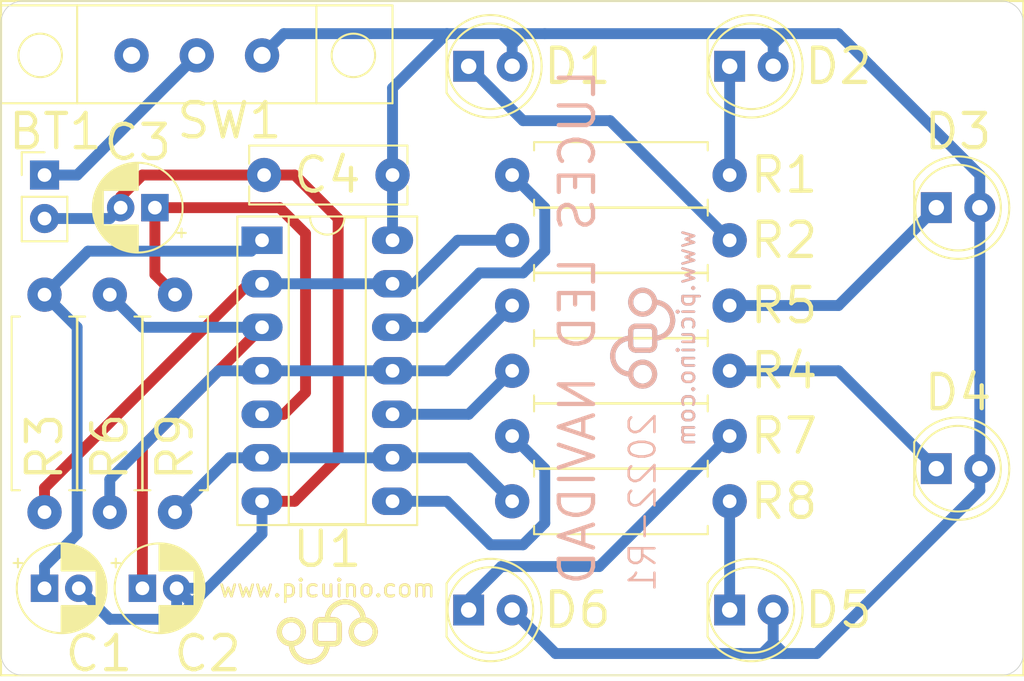
<source format=kicad_pcb>
(kicad_pcb (version 20171130) (host pcbnew "(5.1.12)-1")

  (general
    (thickness 1.6)
    (drawings 14)
    (tracks 120)
    (zones 0)
    (modules 24)
    (nets 20)
  )

  (page A4)
  (title_block
    (title "PCB LUCES LED NAVIDAD")
    (date 2022-01-03)
    (rev R1)
    (company www.picuino.com)
    (comment 1 "Licencia Creative Commons Attribution-ShareAlike 4.0 International")
  )

  (layers
    (0 F.Cu signal)
    (31 B.Cu signal)
    (32 B.Adhes user hide)
    (33 F.Adhes user hide)
    (34 B.Paste user hide)
    (35 F.Paste user hide)
    (36 B.SilkS user)
    (37 F.SilkS user)
    (38 B.Mask user)
    (39 F.Mask user)
    (40 Dwgs.User user hide)
    (41 Cmts.User user hide)
    (42 Eco1.User user hide)
    (43 Eco2.User user hide)
    (44 Edge.Cuts user)
    (45 Margin user hide)
    (46 B.CrtYd user hide)
    (47 F.CrtYd user hide)
    (48 B.Fab user hide)
    (49 F.Fab user hide)
  )

  (setup
    (last_trace_width 0.635)
    (user_trace_width 0.635)
    (trace_clearance 0.2)
    (zone_clearance 0.508)
    (zone_45_only no)
    (trace_min 0.2)
    (via_size 0.8)
    (via_drill 0.4)
    (via_min_size 0.4)
    (via_min_drill 0.3)
    (uvia_size 0.3)
    (uvia_drill 0.1)
    (uvias_allowed no)
    (uvia_min_size 0.2)
    (uvia_min_drill 0.1)
    (edge_width 0.05)
    (segment_width 0.2)
    (pcb_text_width 0.3)
    (pcb_text_size 1.5 1.5)
    (mod_edge_width 0.12)
    (mod_text_size 1 1)
    (mod_text_width 0.15)
    (pad_size 1.8 1.8)
    (pad_drill 0.9)
    (pad_to_mask_clearance 0)
    (aux_axis_origin 50.8 50.8)
    (visible_elements 7FFFFFFF)
    (pcbplotparams
      (layerselection 0x010f0_ffffffff)
      (usegerberextensions false)
      (usegerberattributes true)
      (usegerberadvancedattributes true)
      (creategerberjobfile true)
      (excludeedgelayer true)
      (linewidth 0.100000)
      (plotframeref false)
      (viasonmask false)
      (mode 1)
      (useauxorigin true)
      (hpglpennumber 1)
      (hpglpenspeed 20)
      (hpglpendiameter 15.000000)
      (psnegative false)
      (psa4output false)
      (plotreference true)
      (plotvalue true)
      (plotinvisibletext false)
      (padsonsilk false)
      (subtractmaskfromsilk false)
      (outputformat 1)
      (mirror false)
      (drillshape 0)
      (scaleselection 1)
      (outputdirectory "gerber"))
  )

  (net 0 "")
  (net 1 "Net-(C1-Pad1)")
  (net 2 "Net-(R4-Pad2)")
  (net 3 "Net-(R2-Pad2)")
  (net 4 "Net-(R5-Pad2)")
  (net 5 "Net-(R8-Pad2)")
  (net 6 "Net-(R1-Pad2)")
  (net 7 "Net-(C3-Pad1)")
  (net 8 "Net-(C2-Pad1)")
  (net 9 "Net-(R7-Pad2)")
  (net 10 GND)
  (net 11 +BATT)
  (net 12 "Net-(D1-Pad1)")
  (net 13 "Net-(D2-Pad1)")
  (net 14 "Net-(D3-Pad1)")
  (net 15 "Net-(D4-Pad1)")
  (net 16 "Net-(D5-Pad1)")
  (net 17 "Net-(D6-Pad1)")
  (net 18 "Net-(BT1-Pad1)")
  (net 19 "Net-(SW1-Pad3)")

  (net_class Default "This is the default net class."
    (clearance 0.2)
    (trace_width 0.25)
    (via_dia 0.8)
    (via_drill 0.4)
    (uvia_dia 0.3)
    (uvia_drill 0.1)
    (add_net +BATT)
    (add_net GND)
    (add_net "Net-(BT1-Pad1)")
    (add_net "Net-(C1-Pad1)")
    (add_net "Net-(C2-Pad1)")
    (add_net "Net-(C3-Pad1)")
    (add_net "Net-(D1-Pad1)")
    (add_net "Net-(D2-Pad1)")
    (add_net "Net-(D3-Pad1)")
    (add_net "Net-(D4-Pad1)")
    (add_net "Net-(D5-Pad1)")
    (add_net "Net-(D6-Pad1)")
    (add_net "Net-(R1-Pad2)")
    (add_net "Net-(R2-Pad2)")
    (add_net "Net-(R4-Pad2)")
    (add_net "Net-(R5-Pad2)")
    (add_net "Net-(R7-Pad2)")
    (add_net "Net-(R8-Pad2)")
    (add_net "Net-(SW1-Pad3)")
  )

  (module Resistor_THT:R_Axial_DIN0411_L9.9mm_D3.6mm_P12.70mm_Horizontal (layer F.Cu) (tedit 61D2F6D6) (tstamp 61D2EF7B)
    (at 53.34 80.645 90)
    (descr "Resistor, Axial_DIN0411 series, Axial, Horizontal, pin pitch=12.7mm, 1W, length*diameter=9.9*3.6mm^2")
    (tags "Resistor Axial_DIN0411 series Axial Horizontal pin pitch 12.7mm 1W length 9.9mm diameter 3.6mm")
    (path /61D14A6F)
    (fp_text reference R3 (at 3.81 0 90) (layer F.SilkS)
      (effects (font (size 2 2) (thickness 0.25)))
    )
    (fp_text value 220K (at 6.35 2.92 90) (layer F.Fab)
      (effects (font (size 1 1) (thickness 0.15)))
    )
    (fp_line (start 14.15 -2.05) (end -1.45 -2.05) (layer F.CrtYd) (width 0.05))
    (fp_line (start 14.15 2.05) (end 14.15 -2.05) (layer F.CrtYd) (width 0.05))
    (fp_line (start -1.45 2.05) (end 14.15 2.05) (layer F.CrtYd) (width 0.05))
    (fp_line (start -1.45 -2.05) (end -1.45 2.05) (layer F.CrtYd) (width 0.05))
    (fp_line (start 11.42 1.92) (end 11.42 1.44) (layer F.SilkS) (width 0.12))
    (fp_line (start 1.28 1.92) (end 11.42 1.92) (layer F.SilkS) (width 0.12))
    (fp_line (start 1.28 1.44) (end 1.28 1.92) (layer F.SilkS) (width 0.12))
    (fp_line (start 11.42 -1.92) (end 11.42 -1.44) (layer F.SilkS) (width 0.12))
    (fp_line (start 1.28 -1.92) (end 11.42 -1.92) (layer F.SilkS) (width 0.12))
    (fp_line (start 1.28 -1.44) (end 1.28 -1.92) (layer F.SilkS) (width 0.12))
    (fp_line (start 12.7 0) (end 11.3 0) (layer F.Fab) (width 0.1))
    (fp_line (start 0 0) (end 1.4 0) (layer F.Fab) (width 0.1))
    (fp_line (start 11.3 -1.8) (end 1.4 -1.8) (layer F.Fab) (width 0.1))
    (fp_line (start 11.3 1.8) (end 11.3 -1.8) (layer F.Fab) (width 0.1))
    (fp_line (start 1.4 1.8) (end 11.3 1.8) (layer F.Fab) (width 0.1))
    (fp_line (start 1.4 -1.8) (end 1.4 1.8) (layer F.Fab) (width 0.1))
    (fp_text user %R (at 6.35 0 90) (layer F.Fab)
      (effects (font (size 1 1) (thickness 0.15)))
    )
    (pad 2 thru_hole circle (at 12.7 0 90) (size 2 2) (drill 0.8) (layers *.Cu *.Mask)
      (net 1 "Net-(C1-Pad1)"))
    (pad 1 thru_hole circle (at 0 0 90) (size 2 2) (drill 0.8) (layers *.Cu *.Mask)
      (net 3 "Net-(R2-Pad2)"))
    (model ${KISYS3DMOD}/Resistor_THT.3dshapes/R_Axial_DIN0411_L9.9mm_D3.6mm_P12.70mm_Horizontal.wrl
      (at (xyz 0 0 0))
      (scale (xyz 1 1 1))
      (rotate (xyz 0 0 0))
    )
  )

  (module pcb-luces-led-navidad:Picuino_Logo_B6 (layer B.Cu) (tedit 61D36038) (tstamp 61D3C081)
    (at 69.85 87.63)
    (fp_text reference Picuino_Logo_B6 (at 0.127 -2.159) (layer F.SilkS) hide
      (effects (font (size 1.00076 1.00076) (thickness 0.20066)))
    )
    (fp_text value VAL** (at 1.905 1.524) (layer F.SilkS) hide
      (effects (font (size 1.00076 1.00076) (thickness 0.20066)))
    )
    (fp_circle (center -2.10058 0) (end -1.40208 0) (layer F.SilkS) (width 0.3))
    (fp_line (start 0.39878 0.70104) (end -0.39878 0.70104) (layer F.SilkS) (width 0.3))
    (fp_line (start -0.70104 0.39878) (end -0.70104 -0.39878) (layer F.SilkS) (width 0.3))
    (fp_circle (center 2.10058 0) (end 2.79908 0) (layer F.SilkS) (width 0.3))
    (fp_line (start 0.70104 -0.39878) (end 0.70104 0.39878) (layer F.SilkS) (width 0.3))
    (fp_line (start -0.39878 -0.70104) (end 0.39878 -0.70104) (layer F.SilkS) (width 0.3))
    (fp_circle (center -2.10058 0) (end -1.40208 0) (layer F.Cu) (width 0.3))
    (fp_line (start 0.39878 0.70104) (end -0.39878 0.70104) (layer F.Cu) (width 0.3))
    (fp_line (start -0.70104 0.39878) (end -0.70104 -0.39878) (layer F.Cu) (width 0.3))
    (fp_line (start -0.39878 -0.70104) (end 0.39878 -0.70104) (layer F.Cu) (width 0.3))
    (fp_line (start 0.70104 -0.39878) (end 0.70104 0.39878) (layer F.Cu) (width 0.3))
    (fp_circle (center 2.10058 0) (end 2.79908 0) (layer F.Cu) (width 0.3))
    (fp_arc (start -1.05156 0.70104) (end 0 0.70104) (angle 90) (layer F.SilkS) (width 0.3))
    (fp_arc (start 0.39878 0.39878) (end 0.70104 0.39878) (angle 90) (layer F.SilkS) (width 0.3))
    (fp_arc (start -0.39878 -0.39878) (end -0.70104 -0.39878) (angle 90) (layer F.SilkS) (width 0.3))
    (fp_arc (start -1.05156 0.70104) (end -1.05156 1.75006) (angle 90) (layer F.SilkS) (width 0.3))
    (fp_arc (start 1.05156 -0.70104) (end 1.05156 -1.75006) (angle 90) (layer F.SilkS) (width 0.3))
    (fp_arc (start 1.05156 -0.70104) (end 0 -0.70104) (angle 90) (layer F.SilkS) (width 0.3))
    (fp_arc (start 0.39878 -0.39878) (end 0.39878 -0.70104) (angle 90) (layer F.SilkS) (width 0.3))
    (fp_arc (start -0.39878 0.39878) (end -0.39878 0.70104) (angle 90) (layer F.SilkS) (width 0.3))
    (fp_text user www.picuino.com (at 0 -2.54) (layer F.SilkS)
      (effects (font (size 1 1) (thickness 0.15)))
    )
    (fp_text user www.picuino.com (at 0 -2.54) (layer F.Cu)
      (effects (font (size 1 1) (thickness 0.15)))
    )
    (fp_arc (start 0.39878 0.39878) (end 0.70104 0.39878) (angle 90) (layer F.Cu) (width 0.3))
    (fp_arc (start -0.39878 0.39878) (end -0.39878 0.70104) (angle 90) (layer F.Cu) (width 0.3))
    (fp_arc (start -0.39878 -0.39878) (end -0.70104 -0.39878) (angle 90) (layer F.Cu) (width 0.3))
    (fp_arc (start 0.39878 -0.39878) (end 0.39878 -0.70104) (angle 90) (layer F.Cu) (width 0.3))
    (fp_arc (start 1.05156 -0.70104) (end 0 -0.70104) (angle 90) (layer F.Cu) (width 0.3))
    (fp_arc (start 1.05156 -0.70104) (end 1.05156 -1.75006) (angle 90) (layer F.Cu) (width 0.3))
    (fp_arc (start -1.05156 0.70104) (end 0 0.70104) (angle 90) (layer F.Cu) (width 0.3))
    (fp_arc (start -1.05156 0.70104) (end -1.05156 1.75006) (angle 90) (layer F.Cu) (width 0.3))
  )

  (module pcb-luces-led-navidad:Picuino_Logo_B6 (layer F.Cu) (tedit 61D36038) (tstamp 61D3BFDB)
    (at 88.265 70.485 90)
    (fp_text reference Picuino_Logo_B6 (at 0.127 2.54 90) (layer B.SilkS) hide
      (effects (font (size 1.00076 1.00076) (thickness 0.20066)))
    )
    (fp_text value VAL** (at 5.08 0 90) (layer B.SilkS) hide
      (effects (font (size 1.00076 1.00076) (thickness 0.20066)))
    )
    (fp_circle (center -2.10058 0) (end -1.40208 0) (layer B.SilkS) (width 0.3))
    (fp_line (start 0.39878 -0.70104) (end -0.39878 -0.70104) (layer B.SilkS) (width 0.3))
    (fp_line (start -0.70104 -0.39878) (end -0.70104 0.39878) (layer B.SilkS) (width 0.3))
    (fp_circle (center 2.10058 0) (end 2.79908 0) (layer B.SilkS) (width 0.3))
    (fp_line (start 0.70104 0.39878) (end 0.70104 -0.39878) (layer B.SilkS) (width 0.3))
    (fp_line (start -0.39878 0.70104) (end 0.39878 0.70104) (layer B.SilkS) (width 0.3))
    (fp_circle (center -2.10058 0) (end -1.40208 0) (layer B.Cu) (width 0.3))
    (fp_line (start 0.39878 -0.70104) (end -0.39878 -0.70104) (layer B.Cu) (width 0.3))
    (fp_line (start -0.70104 -0.39878) (end -0.70104 0.39878) (layer B.Cu) (width 0.3))
    (fp_line (start -0.39878 0.70104) (end 0.39878 0.70104) (layer B.Cu) (width 0.3))
    (fp_line (start 0.70104 0.39878) (end 0.70104 -0.39878) (layer B.Cu) (width 0.3))
    (fp_circle (center 2.10058 0) (end 2.79908 0) (layer B.Cu) (width 0.3))
    (fp_arc (start -1.05156 -0.70104) (end 0 -0.70104) (angle -90) (layer B.SilkS) (width 0.3))
    (fp_arc (start 0.39878 -0.39878) (end 0.70104 -0.39878) (angle -90) (layer B.SilkS) (width 0.3))
    (fp_arc (start -0.39878 0.39878) (end -0.70104 0.39878) (angle -90) (layer B.SilkS) (width 0.3))
    (fp_arc (start -1.05156 -0.70104) (end -1.05156 -1.75006) (angle -90) (layer B.SilkS) (width 0.3))
    (fp_arc (start 1.05156 0.70104) (end 1.05156 1.75006) (angle -90) (layer B.SilkS) (width 0.3))
    (fp_arc (start 1.05156 0.70104) (end 0 0.70104) (angle -90) (layer B.SilkS) (width 0.3))
    (fp_arc (start 0.39878 0.39878) (end 0.39878 0.70104) (angle -90) (layer B.SilkS) (width 0.3))
    (fp_arc (start -0.39878 -0.39878) (end -0.39878 -0.70104) (angle -90) (layer B.SilkS) (width 0.3))
    (fp_text user www.picuino.com (at 0 2.54 90) (layer B.SilkS)
      (effects (font (size 1 1) (thickness 0.15)) (justify mirror))
    )
    (fp_text user www.picuino.com (at 0 2.54 90) (layer B.Cu)
      (effects (font (size 1 1) (thickness 0.15)) (justify mirror))
    )
    (fp_arc (start 0.39878 -0.39878) (end 0.70104 -0.39878) (angle -90) (layer B.Cu) (width 0.3))
    (fp_arc (start -0.39878 -0.39878) (end -0.39878 -0.70104) (angle -90) (layer B.Cu) (width 0.3))
    (fp_arc (start -0.39878 0.39878) (end -0.70104 0.39878) (angle -90) (layer B.Cu) (width 0.3))
    (fp_arc (start 0.39878 0.39878) (end 0.39878 0.70104) (angle -90) (layer B.Cu) (width 0.3))
    (fp_arc (start 1.05156 0.70104) (end 0 0.70104) (angle -90) (layer B.Cu) (width 0.3))
    (fp_arc (start 1.05156 0.70104) (end 1.05156 1.75006) (angle -90) (layer B.Cu) (width 0.3))
    (fp_arc (start -1.05156 -0.70104) (end 0 -0.70104) (angle -90) (layer B.Cu) (width 0.3))
    (fp_arc (start -1.05156 -0.70104) (end -1.05156 -1.75006) (angle -90) (layer B.Cu) (width 0.3))
  )

  (module Resistor_THT:R_Axial_DIN0411_L9.9mm_D3.6mm_P12.70mm_Horizontal (layer F.Cu) (tedit 5AE5139B) (tstamp 61D2F005)
    (at 60.96 80.645 90)
    (descr "Resistor, Axial_DIN0411 series, Axial, Horizontal, pin pitch=12.7mm, 1W, length*diameter=9.9*3.6mm^2")
    (tags "Resistor Axial_DIN0411 series Axial Horizontal pin pitch 12.7mm 1W length 9.9mm diameter 3.6mm")
    (path /61D2A354)
    (fp_text reference R9 (at 3.81 0 90) (layer F.SilkS)
      (effects (font (size 2 2) (thickness 0.25)))
    )
    (fp_text value 470K (at 6.35 2.92 90) (layer F.Fab)
      (effects (font (size 1 1) (thickness 0.15)))
    )
    (fp_line (start 14.15 -2.05) (end -1.45 -2.05) (layer F.CrtYd) (width 0.05))
    (fp_line (start 14.15 2.05) (end 14.15 -2.05) (layer F.CrtYd) (width 0.05))
    (fp_line (start -1.45 2.05) (end 14.15 2.05) (layer F.CrtYd) (width 0.05))
    (fp_line (start -1.45 -2.05) (end -1.45 2.05) (layer F.CrtYd) (width 0.05))
    (fp_line (start 11.42 1.92) (end 11.42 1.44) (layer F.SilkS) (width 0.12))
    (fp_line (start 1.28 1.92) (end 11.42 1.92) (layer F.SilkS) (width 0.12))
    (fp_line (start 1.28 1.44) (end 1.28 1.92) (layer F.SilkS) (width 0.12))
    (fp_line (start 11.42 -1.92) (end 11.42 -1.44) (layer F.SilkS) (width 0.12))
    (fp_line (start 1.28 -1.92) (end 11.42 -1.92) (layer F.SilkS) (width 0.12))
    (fp_line (start 1.28 -1.44) (end 1.28 -1.92) (layer F.SilkS) (width 0.12))
    (fp_line (start 12.7 0) (end 11.3 0) (layer F.Fab) (width 0.1))
    (fp_line (start 0 0) (end 1.4 0) (layer F.Fab) (width 0.1))
    (fp_line (start 11.3 -1.8) (end 1.4 -1.8) (layer F.Fab) (width 0.1))
    (fp_line (start 11.3 1.8) (end 11.3 -1.8) (layer F.Fab) (width 0.1))
    (fp_line (start 1.4 1.8) (end 11.3 1.8) (layer F.Fab) (width 0.1))
    (fp_line (start 1.4 -1.8) (end 1.4 1.8) (layer F.Fab) (width 0.1))
    (fp_text user %R (at 6.35 0 90) (layer F.Fab)
      (effects (font (size 1 1) (thickness 0.15)))
    )
    (pad 2 thru_hole circle (at 12.7 0 90) (size 2 2) (drill 0.8) (layers *.Cu *.Mask)
      (net 7 "Net-(C3-Pad1)"))
    (pad 1 thru_hole circle (at 0 0 90) (size 2 2) (drill 0.8) (layers *.Cu *.Mask)
      (net 5 "Net-(R8-Pad2)"))
    (model ${KISYS3DMOD}/Resistor_THT.3dshapes/R_Axial_DIN0411_L9.9mm_D3.6mm_P12.70mm_Horizontal.wrl
      (at (xyz 0 0 0))
      (scale (xyz 1 1 1))
      (rotate (xyz 0 0 0))
    )
  )

  (module Package_DIP:DIP-14_W7.62mm_Socket_LongPads (layer F.Cu) (tedit 5A02E8C5) (tstamp 61D3C23A)
    (at 66.04 64.77)
    (descr "14-lead though-hole mounted DIP package, row spacing 7.62 mm (300 mils), Socket, LongPads")
    (tags "THT DIP DIL PDIP 2.54mm 7.62mm 300mil Socket LongPads")
    (path /61D0CAE5)
    (fp_text reference U1 (at 3.81 18.034) (layer F.SilkS)
      (effects (font (size 2 2) (thickness 0.25)))
    )
    (fp_text value 74HC14 (at 3.81 17.57) (layer F.Fab)
      (effects (font (size 1 1) (thickness 0.15)))
    )
    (fp_line (start 9.15 -1.6) (end -1.55 -1.6) (layer F.CrtYd) (width 0.05))
    (fp_line (start 9.15 16.85) (end 9.15 -1.6) (layer F.CrtYd) (width 0.05))
    (fp_line (start -1.55 16.85) (end 9.15 16.85) (layer F.CrtYd) (width 0.05))
    (fp_line (start -1.55 -1.6) (end -1.55 16.85) (layer F.CrtYd) (width 0.05))
    (fp_line (start 9.06 -1.39) (end -1.44 -1.39) (layer F.SilkS) (width 0.12))
    (fp_line (start 9.06 16.63) (end 9.06 -1.39) (layer F.SilkS) (width 0.12))
    (fp_line (start -1.44 16.63) (end 9.06 16.63) (layer F.SilkS) (width 0.12))
    (fp_line (start -1.44 -1.39) (end -1.44 16.63) (layer F.SilkS) (width 0.12))
    (fp_line (start 6.06 -1.33) (end 4.81 -1.33) (layer F.SilkS) (width 0.12))
    (fp_line (start 6.06 16.57) (end 6.06 -1.33) (layer F.SilkS) (width 0.12))
    (fp_line (start 1.56 16.57) (end 6.06 16.57) (layer F.SilkS) (width 0.12))
    (fp_line (start 1.56 -1.33) (end 1.56 16.57) (layer F.SilkS) (width 0.12))
    (fp_line (start 2.81 -1.33) (end 1.56 -1.33) (layer F.SilkS) (width 0.12))
    (fp_line (start 8.89 -1.33) (end -1.27 -1.33) (layer F.Fab) (width 0.1))
    (fp_line (start 8.89 16.57) (end 8.89 -1.33) (layer F.Fab) (width 0.1))
    (fp_line (start -1.27 16.57) (end 8.89 16.57) (layer F.Fab) (width 0.1))
    (fp_line (start -1.27 -1.33) (end -1.27 16.57) (layer F.Fab) (width 0.1))
    (fp_line (start 0.635 -0.27) (end 1.635 -1.27) (layer F.Fab) (width 0.1))
    (fp_line (start 0.635 16.51) (end 0.635 -0.27) (layer F.Fab) (width 0.1))
    (fp_line (start 6.985 16.51) (end 0.635 16.51) (layer F.Fab) (width 0.1))
    (fp_line (start 6.985 -1.27) (end 6.985 16.51) (layer F.Fab) (width 0.1))
    (fp_line (start 1.635 -1.27) (end 6.985 -1.27) (layer F.Fab) (width 0.1))
    (fp_arc (start 3.81 -1.33) (end 2.81 -1.33) (angle -180) (layer F.SilkS) (width 0.12))
    (fp_text user %R (at 3.81 7.62) (layer F.Fab)
      (effects (font (size 1 1) (thickness 0.15)))
    )
    (pad 1 thru_hole rect (at 0 0) (size 2.4 1.6) (drill 0.8) (layers *.Cu *.Mask)
      (net 1 "Net-(C1-Pad1)"))
    (pad 8 thru_hole oval (at 7.62 15.24) (size 2.4 1.6) (drill 0.8) (layers *.Cu *.Mask)
      (net 9 "Net-(R7-Pad2)"))
    (pad 2 thru_hole oval (at 0 2.54) (size 2.4 1.6) (drill 0.8) (layers *.Cu *.Mask)
      (net 3 "Net-(R2-Pad2)"))
    (pad 9 thru_hole oval (at 7.62 12.7) (size 2.4 1.6) (drill 0.8) (layers *.Cu *.Mask)
      (net 5 "Net-(R8-Pad2)"))
    (pad 3 thru_hole oval (at 0 5.08) (size 2.4 1.6) (drill 0.8) (layers *.Cu *.Mask)
      (net 8 "Net-(C2-Pad1)"))
    (pad 10 thru_hole oval (at 7.62 10.16) (size 2.4 1.6) (drill 0.8) (layers *.Cu *.Mask)
      (net 2 "Net-(R4-Pad2)"))
    (pad 4 thru_hole oval (at 0 7.62) (size 2.4 1.6) (drill 0.8) (layers *.Cu *.Mask)
      (net 4 "Net-(R5-Pad2)"))
    (pad 11 thru_hole oval (at 7.62 7.62) (size 2.4 1.6) (drill 0.8) (layers *.Cu *.Mask)
      (net 4 "Net-(R5-Pad2)"))
    (pad 5 thru_hole oval (at 0 10.16) (size 2.4 1.6) (drill 0.8) (layers *.Cu *.Mask)
      (net 7 "Net-(C3-Pad1)"))
    (pad 12 thru_hole oval (at 7.62 5.08) (size 2.4 1.6) (drill 0.8) (layers *.Cu *.Mask)
      (net 6 "Net-(R1-Pad2)"))
    (pad 6 thru_hole oval (at 0 12.7) (size 2.4 1.6) (drill 0.8) (layers *.Cu *.Mask)
      (net 5 "Net-(R8-Pad2)"))
    (pad 13 thru_hole oval (at 7.62 2.54) (size 2.4 1.6) (drill 0.8) (layers *.Cu *.Mask)
      (net 3 "Net-(R2-Pad2)"))
    (pad 7 thru_hole oval (at 0 15.24) (size 2.4 1.6) (drill 0.8) (layers *.Cu *.Mask)
      (net 10 GND))
    (pad 14 thru_hole oval (at 7.62 0) (size 2.4 1.6) (drill 0.8) (layers *.Cu *.Mask)
      (net 11 +BATT))
    (model ${KISYS3DMOD}/Package_DIP.3dshapes/DIP-14_W7.62mm_Socket.wrl
      (at (xyz 0 0 0))
      (scale (xyz 1 1 1))
      (rotate (xyz 0 0 0))
    )
  )

  (module Capacitor_THT:CP_Radial_D5.0mm_P2.00mm (layer F.Cu) (tedit 5AE50EF0) (tstamp 61D2EDA9)
    (at 53.34 85.09)
    (descr "CP, Radial series, Radial, pin pitch=2.00mm, , diameter=5mm, Electrolytic Capacitor")
    (tags "CP Radial series Radial pin pitch 2.00mm  diameter 5mm Electrolytic Capacitor")
    (path /61D15777)
    (fp_text reference C1 (at 3.175 3.81) (layer F.SilkS)
      (effects (font (size 2 2) (thickness 0.25)))
    )
    (fp_text value 10uF (at 1 3.75) (layer F.Fab)
      (effects (font (size 1 1) (thickness 0.15)))
    )
    (fp_line (start -1.554775 -1.725) (end -1.554775 -1.225) (layer F.SilkS) (width 0.12))
    (fp_line (start -1.804775 -1.475) (end -1.304775 -1.475) (layer F.SilkS) (width 0.12))
    (fp_line (start 3.601 -0.284) (end 3.601 0.284) (layer F.SilkS) (width 0.12))
    (fp_line (start 3.561 -0.518) (end 3.561 0.518) (layer F.SilkS) (width 0.12))
    (fp_line (start 3.521 -0.677) (end 3.521 0.677) (layer F.SilkS) (width 0.12))
    (fp_line (start 3.481 -0.805) (end 3.481 0.805) (layer F.SilkS) (width 0.12))
    (fp_line (start 3.441 -0.915) (end 3.441 0.915) (layer F.SilkS) (width 0.12))
    (fp_line (start 3.401 -1.011) (end 3.401 1.011) (layer F.SilkS) (width 0.12))
    (fp_line (start 3.361 -1.098) (end 3.361 1.098) (layer F.SilkS) (width 0.12))
    (fp_line (start 3.321 -1.178) (end 3.321 1.178) (layer F.SilkS) (width 0.12))
    (fp_line (start 3.281 -1.251) (end 3.281 1.251) (layer F.SilkS) (width 0.12))
    (fp_line (start 3.241 -1.319) (end 3.241 1.319) (layer F.SilkS) (width 0.12))
    (fp_line (start 3.201 -1.383) (end 3.201 1.383) (layer F.SilkS) (width 0.12))
    (fp_line (start 3.161 -1.443) (end 3.161 1.443) (layer F.SilkS) (width 0.12))
    (fp_line (start 3.121 -1.5) (end 3.121 1.5) (layer F.SilkS) (width 0.12))
    (fp_line (start 3.081 -1.554) (end 3.081 1.554) (layer F.SilkS) (width 0.12))
    (fp_line (start 3.041 -1.605) (end 3.041 1.605) (layer F.SilkS) (width 0.12))
    (fp_line (start 3.001 1.04) (end 3.001 1.653) (layer F.SilkS) (width 0.12))
    (fp_line (start 3.001 -1.653) (end 3.001 -1.04) (layer F.SilkS) (width 0.12))
    (fp_line (start 2.961 1.04) (end 2.961 1.699) (layer F.SilkS) (width 0.12))
    (fp_line (start 2.961 -1.699) (end 2.961 -1.04) (layer F.SilkS) (width 0.12))
    (fp_line (start 2.921 1.04) (end 2.921 1.743) (layer F.SilkS) (width 0.12))
    (fp_line (start 2.921 -1.743) (end 2.921 -1.04) (layer F.SilkS) (width 0.12))
    (fp_line (start 2.881 1.04) (end 2.881 1.785) (layer F.SilkS) (width 0.12))
    (fp_line (start 2.881 -1.785) (end 2.881 -1.04) (layer F.SilkS) (width 0.12))
    (fp_line (start 2.841 1.04) (end 2.841 1.826) (layer F.SilkS) (width 0.12))
    (fp_line (start 2.841 -1.826) (end 2.841 -1.04) (layer F.SilkS) (width 0.12))
    (fp_line (start 2.801 1.04) (end 2.801 1.864) (layer F.SilkS) (width 0.12))
    (fp_line (start 2.801 -1.864) (end 2.801 -1.04) (layer F.SilkS) (width 0.12))
    (fp_line (start 2.761 1.04) (end 2.761 1.901) (layer F.SilkS) (width 0.12))
    (fp_line (start 2.761 -1.901) (end 2.761 -1.04) (layer F.SilkS) (width 0.12))
    (fp_line (start 2.721 1.04) (end 2.721 1.937) (layer F.SilkS) (width 0.12))
    (fp_line (start 2.721 -1.937) (end 2.721 -1.04) (layer F.SilkS) (width 0.12))
    (fp_line (start 2.681 1.04) (end 2.681 1.971) (layer F.SilkS) (width 0.12))
    (fp_line (start 2.681 -1.971) (end 2.681 -1.04) (layer F.SilkS) (width 0.12))
    (fp_line (start 2.641 1.04) (end 2.641 2.004) (layer F.SilkS) (width 0.12))
    (fp_line (start 2.641 -2.004) (end 2.641 -1.04) (layer F.SilkS) (width 0.12))
    (fp_line (start 2.601 1.04) (end 2.601 2.035) (layer F.SilkS) (width 0.12))
    (fp_line (start 2.601 -2.035) (end 2.601 -1.04) (layer F.SilkS) (width 0.12))
    (fp_line (start 2.561 1.04) (end 2.561 2.065) (layer F.SilkS) (width 0.12))
    (fp_line (start 2.561 -2.065) (end 2.561 -1.04) (layer F.SilkS) (width 0.12))
    (fp_line (start 2.521 1.04) (end 2.521 2.095) (layer F.SilkS) (width 0.12))
    (fp_line (start 2.521 -2.095) (end 2.521 -1.04) (layer F.SilkS) (width 0.12))
    (fp_line (start 2.481 1.04) (end 2.481 2.122) (layer F.SilkS) (width 0.12))
    (fp_line (start 2.481 -2.122) (end 2.481 -1.04) (layer F.SilkS) (width 0.12))
    (fp_line (start 2.441 1.04) (end 2.441 2.149) (layer F.SilkS) (width 0.12))
    (fp_line (start 2.441 -2.149) (end 2.441 -1.04) (layer F.SilkS) (width 0.12))
    (fp_line (start 2.401 1.04) (end 2.401 2.175) (layer F.SilkS) (width 0.12))
    (fp_line (start 2.401 -2.175) (end 2.401 -1.04) (layer F.SilkS) (width 0.12))
    (fp_line (start 2.361 1.04) (end 2.361 2.2) (layer F.SilkS) (width 0.12))
    (fp_line (start 2.361 -2.2) (end 2.361 -1.04) (layer F.SilkS) (width 0.12))
    (fp_line (start 2.321 1.04) (end 2.321 2.224) (layer F.SilkS) (width 0.12))
    (fp_line (start 2.321 -2.224) (end 2.321 -1.04) (layer F.SilkS) (width 0.12))
    (fp_line (start 2.281 1.04) (end 2.281 2.247) (layer F.SilkS) (width 0.12))
    (fp_line (start 2.281 -2.247) (end 2.281 -1.04) (layer F.SilkS) (width 0.12))
    (fp_line (start 2.241 1.04) (end 2.241 2.268) (layer F.SilkS) (width 0.12))
    (fp_line (start 2.241 -2.268) (end 2.241 -1.04) (layer F.SilkS) (width 0.12))
    (fp_line (start 2.201 1.04) (end 2.201 2.29) (layer F.SilkS) (width 0.12))
    (fp_line (start 2.201 -2.29) (end 2.201 -1.04) (layer F.SilkS) (width 0.12))
    (fp_line (start 2.161 1.04) (end 2.161 2.31) (layer F.SilkS) (width 0.12))
    (fp_line (start 2.161 -2.31) (end 2.161 -1.04) (layer F.SilkS) (width 0.12))
    (fp_line (start 2.121 1.04) (end 2.121 2.329) (layer F.SilkS) (width 0.12))
    (fp_line (start 2.121 -2.329) (end 2.121 -1.04) (layer F.SilkS) (width 0.12))
    (fp_line (start 2.081 1.04) (end 2.081 2.348) (layer F.SilkS) (width 0.12))
    (fp_line (start 2.081 -2.348) (end 2.081 -1.04) (layer F.SilkS) (width 0.12))
    (fp_line (start 2.041 1.04) (end 2.041 2.365) (layer F.SilkS) (width 0.12))
    (fp_line (start 2.041 -2.365) (end 2.041 -1.04) (layer F.SilkS) (width 0.12))
    (fp_line (start 2.001 1.04) (end 2.001 2.382) (layer F.SilkS) (width 0.12))
    (fp_line (start 2.001 -2.382) (end 2.001 -1.04) (layer F.SilkS) (width 0.12))
    (fp_line (start 1.961 1.04) (end 1.961 2.398) (layer F.SilkS) (width 0.12))
    (fp_line (start 1.961 -2.398) (end 1.961 -1.04) (layer F.SilkS) (width 0.12))
    (fp_line (start 1.921 1.04) (end 1.921 2.414) (layer F.SilkS) (width 0.12))
    (fp_line (start 1.921 -2.414) (end 1.921 -1.04) (layer F.SilkS) (width 0.12))
    (fp_line (start 1.881 1.04) (end 1.881 2.428) (layer F.SilkS) (width 0.12))
    (fp_line (start 1.881 -2.428) (end 1.881 -1.04) (layer F.SilkS) (width 0.12))
    (fp_line (start 1.841 1.04) (end 1.841 2.442) (layer F.SilkS) (width 0.12))
    (fp_line (start 1.841 -2.442) (end 1.841 -1.04) (layer F.SilkS) (width 0.12))
    (fp_line (start 1.801 1.04) (end 1.801 2.455) (layer F.SilkS) (width 0.12))
    (fp_line (start 1.801 -2.455) (end 1.801 -1.04) (layer F.SilkS) (width 0.12))
    (fp_line (start 1.761 1.04) (end 1.761 2.468) (layer F.SilkS) (width 0.12))
    (fp_line (start 1.761 -2.468) (end 1.761 -1.04) (layer F.SilkS) (width 0.12))
    (fp_line (start 1.721 1.04) (end 1.721 2.48) (layer F.SilkS) (width 0.12))
    (fp_line (start 1.721 -2.48) (end 1.721 -1.04) (layer F.SilkS) (width 0.12))
    (fp_line (start 1.68 1.04) (end 1.68 2.491) (layer F.SilkS) (width 0.12))
    (fp_line (start 1.68 -2.491) (end 1.68 -1.04) (layer F.SilkS) (width 0.12))
    (fp_line (start 1.64 1.04) (end 1.64 2.501) (layer F.SilkS) (width 0.12))
    (fp_line (start 1.64 -2.501) (end 1.64 -1.04) (layer F.SilkS) (width 0.12))
    (fp_line (start 1.6 1.04) (end 1.6 2.511) (layer F.SilkS) (width 0.12))
    (fp_line (start 1.6 -2.511) (end 1.6 -1.04) (layer F.SilkS) (width 0.12))
    (fp_line (start 1.56 1.04) (end 1.56 2.52) (layer F.SilkS) (width 0.12))
    (fp_line (start 1.56 -2.52) (end 1.56 -1.04) (layer F.SilkS) (width 0.12))
    (fp_line (start 1.52 1.04) (end 1.52 2.528) (layer F.SilkS) (width 0.12))
    (fp_line (start 1.52 -2.528) (end 1.52 -1.04) (layer F.SilkS) (width 0.12))
    (fp_line (start 1.48 1.04) (end 1.48 2.536) (layer F.SilkS) (width 0.12))
    (fp_line (start 1.48 -2.536) (end 1.48 -1.04) (layer F.SilkS) (width 0.12))
    (fp_line (start 1.44 1.04) (end 1.44 2.543) (layer F.SilkS) (width 0.12))
    (fp_line (start 1.44 -2.543) (end 1.44 -1.04) (layer F.SilkS) (width 0.12))
    (fp_line (start 1.4 1.04) (end 1.4 2.55) (layer F.SilkS) (width 0.12))
    (fp_line (start 1.4 -2.55) (end 1.4 -1.04) (layer F.SilkS) (width 0.12))
    (fp_line (start 1.36 1.04) (end 1.36 2.556) (layer F.SilkS) (width 0.12))
    (fp_line (start 1.36 -2.556) (end 1.36 -1.04) (layer F.SilkS) (width 0.12))
    (fp_line (start 1.32 1.04) (end 1.32 2.561) (layer F.SilkS) (width 0.12))
    (fp_line (start 1.32 -2.561) (end 1.32 -1.04) (layer F.SilkS) (width 0.12))
    (fp_line (start 1.28 1.04) (end 1.28 2.565) (layer F.SilkS) (width 0.12))
    (fp_line (start 1.28 -2.565) (end 1.28 -1.04) (layer F.SilkS) (width 0.12))
    (fp_line (start 1.24 1.04) (end 1.24 2.569) (layer F.SilkS) (width 0.12))
    (fp_line (start 1.24 -2.569) (end 1.24 -1.04) (layer F.SilkS) (width 0.12))
    (fp_line (start 1.2 1.04) (end 1.2 2.573) (layer F.SilkS) (width 0.12))
    (fp_line (start 1.2 -2.573) (end 1.2 -1.04) (layer F.SilkS) (width 0.12))
    (fp_line (start 1.16 1.04) (end 1.16 2.576) (layer F.SilkS) (width 0.12))
    (fp_line (start 1.16 -2.576) (end 1.16 -1.04) (layer F.SilkS) (width 0.12))
    (fp_line (start 1.12 1.04) (end 1.12 2.578) (layer F.SilkS) (width 0.12))
    (fp_line (start 1.12 -2.578) (end 1.12 -1.04) (layer F.SilkS) (width 0.12))
    (fp_line (start 1.08 1.04) (end 1.08 2.579) (layer F.SilkS) (width 0.12))
    (fp_line (start 1.08 -2.579) (end 1.08 -1.04) (layer F.SilkS) (width 0.12))
    (fp_line (start 1.04 -2.58) (end 1.04 -1.04) (layer F.SilkS) (width 0.12))
    (fp_line (start 1.04 1.04) (end 1.04 2.58) (layer F.SilkS) (width 0.12))
    (fp_line (start 1 -2.58) (end 1 -1.04) (layer F.SilkS) (width 0.12))
    (fp_line (start 1 1.04) (end 1 2.58) (layer F.SilkS) (width 0.12))
    (fp_line (start -0.883605 -1.3375) (end -0.883605 -0.8375) (layer F.Fab) (width 0.1))
    (fp_line (start -1.133605 -1.0875) (end -0.633605 -1.0875) (layer F.Fab) (width 0.1))
    (fp_circle (center 1 0) (end 3.75 0) (layer F.CrtYd) (width 0.05))
    (fp_circle (center 1 0) (end 3.62 0) (layer F.SilkS) (width 0.12))
    (fp_circle (center 1 0) (end 3.5 0) (layer F.Fab) (width 0.1))
    (fp_text user %R (at 1 0) (layer F.Fab)
      (effects (font (size 1 1) (thickness 0.15)))
    )
    (pad 2 thru_hole circle (at 2 0) (size 1.6 1.6) (drill 0.8) (layers *.Cu *.Mask)
      (net 10 GND))
    (pad 1 thru_hole rect (at 0 0) (size 1.6 1.6) (drill 0.8) (layers *.Cu *.Mask)
      (net 1 "Net-(C1-Pad1)"))
    (model ${KISYS3DMOD}/Capacitor_THT.3dshapes/CP_Radial_D5.0mm_P2.00mm.wrl
      (at (xyz 0 0 0))
      (scale (xyz 1 1 1))
      (rotate (xyz 0 0 0))
    )
  )

  (module Capacitor_THT:CP_Radial_D5.0mm_P2.00mm (layer F.Cu) (tedit 5AE50EF0) (tstamp 61D2EE2C)
    (at 59.055 85.09)
    (descr "CP, Radial series, Radial, pin pitch=2.00mm, , diameter=5mm, Electrolytic Capacitor")
    (tags "CP Radial series Radial pin pitch 2.00mm  diameter 5mm Electrolytic Capacitor")
    (path /61D1F69A)
    (fp_text reference C2 (at 3.81 3.81) (layer F.SilkS)
      (effects (font (size 2 2) (thickness 0.25)))
    )
    (fp_text value 10uF (at 1 3.75) (layer F.Fab)
      (effects (font (size 1 1) (thickness 0.15)))
    )
    (fp_circle (center 1 0) (end 3.5 0) (layer F.Fab) (width 0.1))
    (fp_circle (center 1 0) (end 3.62 0) (layer F.SilkS) (width 0.12))
    (fp_circle (center 1 0) (end 3.75 0) (layer F.CrtYd) (width 0.05))
    (fp_line (start -1.133605 -1.0875) (end -0.633605 -1.0875) (layer F.Fab) (width 0.1))
    (fp_line (start -0.883605 -1.3375) (end -0.883605 -0.8375) (layer F.Fab) (width 0.1))
    (fp_line (start 1 1.04) (end 1 2.58) (layer F.SilkS) (width 0.12))
    (fp_line (start 1 -2.58) (end 1 -1.04) (layer F.SilkS) (width 0.12))
    (fp_line (start 1.04 1.04) (end 1.04 2.58) (layer F.SilkS) (width 0.12))
    (fp_line (start 1.04 -2.58) (end 1.04 -1.04) (layer F.SilkS) (width 0.12))
    (fp_line (start 1.08 -2.579) (end 1.08 -1.04) (layer F.SilkS) (width 0.12))
    (fp_line (start 1.08 1.04) (end 1.08 2.579) (layer F.SilkS) (width 0.12))
    (fp_line (start 1.12 -2.578) (end 1.12 -1.04) (layer F.SilkS) (width 0.12))
    (fp_line (start 1.12 1.04) (end 1.12 2.578) (layer F.SilkS) (width 0.12))
    (fp_line (start 1.16 -2.576) (end 1.16 -1.04) (layer F.SilkS) (width 0.12))
    (fp_line (start 1.16 1.04) (end 1.16 2.576) (layer F.SilkS) (width 0.12))
    (fp_line (start 1.2 -2.573) (end 1.2 -1.04) (layer F.SilkS) (width 0.12))
    (fp_line (start 1.2 1.04) (end 1.2 2.573) (layer F.SilkS) (width 0.12))
    (fp_line (start 1.24 -2.569) (end 1.24 -1.04) (layer F.SilkS) (width 0.12))
    (fp_line (start 1.24 1.04) (end 1.24 2.569) (layer F.SilkS) (width 0.12))
    (fp_line (start 1.28 -2.565) (end 1.28 -1.04) (layer F.SilkS) (width 0.12))
    (fp_line (start 1.28 1.04) (end 1.28 2.565) (layer F.SilkS) (width 0.12))
    (fp_line (start 1.32 -2.561) (end 1.32 -1.04) (layer F.SilkS) (width 0.12))
    (fp_line (start 1.32 1.04) (end 1.32 2.561) (layer F.SilkS) (width 0.12))
    (fp_line (start 1.36 -2.556) (end 1.36 -1.04) (layer F.SilkS) (width 0.12))
    (fp_line (start 1.36 1.04) (end 1.36 2.556) (layer F.SilkS) (width 0.12))
    (fp_line (start 1.4 -2.55) (end 1.4 -1.04) (layer F.SilkS) (width 0.12))
    (fp_line (start 1.4 1.04) (end 1.4 2.55) (layer F.SilkS) (width 0.12))
    (fp_line (start 1.44 -2.543) (end 1.44 -1.04) (layer F.SilkS) (width 0.12))
    (fp_line (start 1.44 1.04) (end 1.44 2.543) (layer F.SilkS) (width 0.12))
    (fp_line (start 1.48 -2.536) (end 1.48 -1.04) (layer F.SilkS) (width 0.12))
    (fp_line (start 1.48 1.04) (end 1.48 2.536) (layer F.SilkS) (width 0.12))
    (fp_line (start 1.52 -2.528) (end 1.52 -1.04) (layer F.SilkS) (width 0.12))
    (fp_line (start 1.52 1.04) (end 1.52 2.528) (layer F.SilkS) (width 0.12))
    (fp_line (start 1.56 -2.52) (end 1.56 -1.04) (layer F.SilkS) (width 0.12))
    (fp_line (start 1.56 1.04) (end 1.56 2.52) (layer F.SilkS) (width 0.12))
    (fp_line (start 1.6 -2.511) (end 1.6 -1.04) (layer F.SilkS) (width 0.12))
    (fp_line (start 1.6 1.04) (end 1.6 2.511) (layer F.SilkS) (width 0.12))
    (fp_line (start 1.64 -2.501) (end 1.64 -1.04) (layer F.SilkS) (width 0.12))
    (fp_line (start 1.64 1.04) (end 1.64 2.501) (layer F.SilkS) (width 0.12))
    (fp_line (start 1.68 -2.491) (end 1.68 -1.04) (layer F.SilkS) (width 0.12))
    (fp_line (start 1.68 1.04) (end 1.68 2.491) (layer F.SilkS) (width 0.12))
    (fp_line (start 1.721 -2.48) (end 1.721 -1.04) (layer F.SilkS) (width 0.12))
    (fp_line (start 1.721 1.04) (end 1.721 2.48) (layer F.SilkS) (width 0.12))
    (fp_line (start 1.761 -2.468) (end 1.761 -1.04) (layer F.SilkS) (width 0.12))
    (fp_line (start 1.761 1.04) (end 1.761 2.468) (layer F.SilkS) (width 0.12))
    (fp_line (start 1.801 -2.455) (end 1.801 -1.04) (layer F.SilkS) (width 0.12))
    (fp_line (start 1.801 1.04) (end 1.801 2.455) (layer F.SilkS) (width 0.12))
    (fp_line (start 1.841 -2.442) (end 1.841 -1.04) (layer F.SilkS) (width 0.12))
    (fp_line (start 1.841 1.04) (end 1.841 2.442) (layer F.SilkS) (width 0.12))
    (fp_line (start 1.881 -2.428) (end 1.881 -1.04) (layer F.SilkS) (width 0.12))
    (fp_line (start 1.881 1.04) (end 1.881 2.428) (layer F.SilkS) (width 0.12))
    (fp_line (start 1.921 -2.414) (end 1.921 -1.04) (layer F.SilkS) (width 0.12))
    (fp_line (start 1.921 1.04) (end 1.921 2.414) (layer F.SilkS) (width 0.12))
    (fp_line (start 1.961 -2.398) (end 1.961 -1.04) (layer F.SilkS) (width 0.12))
    (fp_line (start 1.961 1.04) (end 1.961 2.398) (layer F.SilkS) (width 0.12))
    (fp_line (start 2.001 -2.382) (end 2.001 -1.04) (layer F.SilkS) (width 0.12))
    (fp_line (start 2.001 1.04) (end 2.001 2.382) (layer F.SilkS) (width 0.12))
    (fp_line (start 2.041 -2.365) (end 2.041 -1.04) (layer F.SilkS) (width 0.12))
    (fp_line (start 2.041 1.04) (end 2.041 2.365) (layer F.SilkS) (width 0.12))
    (fp_line (start 2.081 -2.348) (end 2.081 -1.04) (layer F.SilkS) (width 0.12))
    (fp_line (start 2.081 1.04) (end 2.081 2.348) (layer F.SilkS) (width 0.12))
    (fp_line (start 2.121 -2.329) (end 2.121 -1.04) (layer F.SilkS) (width 0.12))
    (fp_line (start 2.121 1.04) (end 2.121 2.329) (layer F.SilkS) (width 0.12))
    (fp_line (start 2.161 -2.31) (end 2.161 -1.04) (layer F.SilkS) (width 0.12))
    (fp_line (start 2.161 1.04) (end 2.161 2.31) (layer F.SilkS) (width 0.12))
    (fp_line (start 2.201 -2.29) (end 2.201 -1.04) (layer F.SilkS) (width 0.12))
    (fp_line (start 2.201 1.04) (end 2.201 2.29) (layer F.SilkS) (width 0.12))
    (fp_line (start 2.241 -2.268) (end 2.241 -1.04) (layer F.SilkS) (width 0.12))
    (fp_line (start 2.241 1.04) (end 2.241 2.268) (layer F.SilkS) (width 0.12))
    (fp_line (start 2.281 -2.247) (end 2.281 -1.04) (layer F.SilkS) (width 0.12))
    (fp_line (start 2.281 1.04) (end 2.281 2.247) (layer F.SilkS) (width 0.12))
    (fp_line (start 2.321 -2.224) (end 2.321 -1.04) (layer F.SilkS) (width 0.12))
    (fp_line (start 2.321 1.04) (end 2.321 2.224) (layer F.SilkS) (width 0.12))
    (fp_line (start 2.361 -2.2) (end 2.361 -1.04) (layer F.SilkS) (width 0.12))
    (fp_line (start 2.361 1.04) (end 2.361 2.2) (layer F.SilkS) (width 0.12))
    (fp_line (start 2.401 -2.175) (end 2.401 -1.04) (layer F.SilkS) (width 0.12))
    (fp_line (start 2.401 1.04) (end 2.401 2.175) (layer F.SilkS) (width 0.12))
    (fp_line (start 2.441 -2.149) (end 2.441 -1.04) (layer F.SilkS) (width 0.12))
    (fp_line (start 2.441 1.04) (end 2.441 2.149) (layer F.SilkS) (width 0.12))
    (fp_line (start 2.481 -2.122) (end 2.481 -1.04) (layer F.SilkS) (width 0.12))
    (fp_line (start 2.481 1.04) (end 2.481 2.122) (layer F.SilkS) (width 0.12))
    (fp_line (start 2.521 -2.095) (end 2.521 -1.04) (layer F.SilkS) (width 0.12))
    (fp_line (start 2.521 1.04) (end 2.521 2.095) (layer F.SilkS) (width 0.12))
    (fp_line (start 2.561 -2.065) (end 2.561 -1.04) (layer F.SilkS) (width 0.12))
    (fp_line (start 2.561 1.04) (end 2.561 2.065) (layer F.SilkS) (width 0.12))
    (fp_line (start 2.601 -2.035) (end 2.601 -1.04) (layer F.SilkS) (width 0.12))
    (fp_line (start 2.601 1.04) (end 2.601 2.035) (layer F.SilkS) (width 0.12))
    (fp_line (start 2.641 -2.004) (end 2.641 -1.04) (layer F.SilkS) (width 0.12))
    (fp_line (start 2.641 1.04) (end 2.641 2.004) (layer F.SilkS) (width 0.12))
    (fp_line (start 2.681 -1.971) (end 2.681 -1.04) (layer F.SilkS) (width 0.12))
    (fp_line (start 2.681 1.04) (end 2.681 1.971) (layer F.SilkS) (width 0.12))
    (fp_line (start 2.721 -1.937) (end 2.721 -1.04) (layer F.SilkS) (width 0.12))
    (fp_line (start 2.721 1.04) (end 2.721 1.937) (layer F.SilkS) (width 0.12))
    (fp_line (start 2.761 -1.901) (end 2.761 -1.04) (layer F.SilkS) (width 0.12))
    (fp_line (start 2.761 1.04) (end 2.761 1.901) (layer F.SilkS) (width 0.12))
    (fp_line (start 2.801 -1.864) (end 2.801 -1.04) (layer F.SilkS) (width 0.12))
    (fp_line (start 2.801 1.04) (end 2.801 1.864) (layer F.SilkS) (width 0.12))
    (fp_line (start 2.841 -1.826) (end 2.841 -1.04) (layer F.SilkS) (width 0.12))
    (fp_line (start 2.841 1.04) (end 2.841 1.826) (layer F.SilkS) (width 0.12))
    (fp_line (start 2.881 -1.785) (end 2.881 -1.04) (layer F.SilkS) (width 0.12))
    (fp_line (start 2.881 1.04) (end 2.881 1.785) (layer F.SilkS) (width 0.12))
    (fp_line (start 2.921 -1.743) (end 2.921 -1.04) (layer F.SilkS) (width 0.12))
    (fp_line (start 2.921 1.04) (end 2.921 1.743) (layer F.SilkS) (width 0.12))
    (fp_line (start 2.961 -1.699) (end 2.961 -1.04) (layer F.SilkS) (width 0.12))
    (fp_line (start 2.961 1.04) (end 2.961 1.699) (layer F.SilkS) (width 0.12))
    (fp_line (start 3.001 -1.653) (end 3.001 -1.04) (layer F.SilkS) (width 0.12))
    (fp_line (start 3.001 1.04) (end 3.001 1.653) (layer F.SilkS) (width 0.12))
    (fp_line (start 3.041 -1.605) (end 3.041 1.605) (layer F.SilkS) (width 0.12))
    (fp_line (start 3.081 -1.554) (end 3.081 1.554) (layer F.SilkS) (width 0.12))
    (fp_line (start 3.121 -1.5) (end 3.121 1.5) (layer F.SilkS) (width 0.12))
    (fp_line (start 3.161 -1.443) (end 3.161 1.443) (layer F.SilkS) (width 0.12))
    (fp_line (start 3.201 -1.383) (end 3.201 1.383) (layer F.SilkS) (width 0.12))
    (fp_line (start 3.241 -1.319) (end 3.241 1.319) (layer F.SilkS) (width 0.12))
    (fp_line (start 3.281 -1.251) (end 3.281 1.251) (layer F.SilkS) (width 0.12))
    (fp_line (start 3.321 -1.178) (end 3.321 1.178) (layer F.SilkS) (width 0.12))
    (fp_line (start 3.361 -1.098) (end 3.361 1.098) (layer F.SilkS) (width 0.12))
    (fp_line (start 3.401 -1.011) (end 3.401 1.011) (layer F.SilkS) (width 0.12))
    (fp_line (start 3.441 -0.915) (end 3.441 0.915) (layer F.SilkS) (width 0.12))
    (fp_line (start 3.481 -0.805) (end 3.481 0.805) (layer F.SilkS) (width 0.12))
    (fp_line (start 3.521 -0.677) (end 3.521 0.677) (layer F.SilkS) (width 0.12))
    (fp_line (start 3.561 -0.518) (end 3.561 0.518) (layer F.SilkS) (width 0.12))
    (fp_line (start 3.601 -0.284) (end 3.601 0.284) (layer F.SilkS) (width 0.12))
    (fp_line (start -1.804775 -1.475) (end -1.304775 -1.475) (layer F.SilkS) (width 0.12))
    (fp_line (start -1.554775 -1.725) (end -1.554775 -1.225) (layer F.SilkS) (width 0.12))
    (fp_text user %R (at 1 0) (layer F.Fab)
      (effects (font (size 1 1) (thickness 0.15)))
    )
    (pad 1 thru_hole rect (at 0 0) (size 1.6 1.6) (drill 0.8) (layers *.Cu *.Mask)
      (net 8 "Net-(C2-Pad1)"))
    (pad 2 thru_hole circle (at 2 0) (size 1.6 1.6) (drill 0.8) (layers *.Cu *.Mask)
      (net 10 GND))
    (model ${KISYS3DMOD}/Capacitor_THT.3dshapes/CP_Radial_D5.0mm_P2.00mm.wrl
      (at (xyz 0 0 0))
      (scale (xyz 1 1 1))
      (rotate (xyz 0 0 0))
    )
  )

  (module Capacitor_THT:CP_Radial_D5.0mm_P2.00mm (layer F.Cu) (tedit 5AE50EF0) (tstamp 61D2EEAF)
    (at 59.785 62.865 180)
    (descr "CP, Radial series, Radial, pin pitch=2.00mm, , diameter=5mm, Electrolytic Capacitor")
    (tags "CP Radial series Radial pin pitch 2.00mm  diameter 5mm Electrolytic Capacitor")
    (path /61D2A35E)
    (fp_text reference C3 (at 1 3.81) (layer F.SilkS)
      (effects (font (size 2 2) (thickness 0.25)))
    )
    (fp_text value 10uF (at 1 3.75) (layer F.Fab)
      (effects (font (size 1 1) (thickness 0.15)))
    )
    (fp_circle (center 1 0) (end 3.5 0) (layer F.Fab) (width 0.1))
    (fp_circle (center 1 0) (end 3.62 0) (layer F.SilkS) (width 0.12))
    (fp_circle (center 1 0) (end 3.75 0) (layer F.CrtYd) (width 0.05))
    (fp_line (start -1.133605 -1.0875) (end -0.633605 -1.0875) (layer F.Fab) (width 0.1))
    (fp_line (start -0.883605 -1.3375) (end -0.883605 -0.8375) (layer F.Fab) (width 0.1))
    (fp_line (start 1 1.04) (end 1 2.58) (layer F.SilkS) (width 0.12))
    (fp_line (start 1 -2.58) (end 1 -1.04) (layer F.SilkS) (width 0.12))
    (fp_line (start 1.04 1.04) (end 1.04 2.58) (layer F.SilkS) (width 0.12))
    (fp_line (start 1.04 -2.58) (end 1.04 -1.04) (layer F.SilkS) (width 0.12))
    (fp_line (start 1.08 -2.579) (end 1.08 -1.04) (layer F.SilkS) (width 0.12))
    (fp_line (start 1.08 1.04) (end 1.08 2.579) (layer F.SilkS) (width 0.12))
    (fp_line (start 1.12 -2.578) (end 1.12 -1.04) (layer F.SilkS) (width 0.12))
    (fp_line (start 1.12 1.04) (end 1.12 2.578) (layer F.SilkS) (width 0.12))
    (fp_line (start 1.16 -2.576) (end 1.16 -1.04) (layer F.SilkS) (width 0.12))
    (fp_line (start 1.16 1.04) (end 1.16 2.576) (layer F.SilkS) (width 0.12))
    (fp_line (start 1.2 -2.573) (end 1.2 -1.04) (layer F.SilkS) (width 0.12))
    (fp_line (start 1.2 1.04) (end 1.2 2.573) (layer F.SilkS) (width 0.12))
    (fp_line (start 1.24 -2.569) (end 1.24 -1.04) (layer F.SilkS) (width 0.12))
    (fp_line (start 1.24 1.04) (end 1.24 2.569) (layer F.SilkS) (width 0.12))
    (fp_line (start 1.28 -2.565) (end 1.28 -1.04) (layer F.SilkS) (width 0.12))
    (fp_line (start 1.28 1.04) (end 1.28 2.565) (layer F.SilkS) (width 0.12))
    (fp_line (start 1.32 -2.561) (end 1.32 -1.04) (layer F.SilkS) (width 0.12))
    (fp_line (start 1.32 1.04) (end 1.32 2.561) (layer F.SilkS) (width 0.12))
    (fp_line (start 1.36 -2.556) (end 1.36 -1.04) (layer F.SilkS) (width 0.12))
    (fp_line (start 1.36 1.04) (end 1.36 2.556) (layer F.SilkS) (width 0.12))
    (fp_line (start 1.4 -2.55) (end 1.4 -1.04) (layer F.SilkS) (width 0.12))
    (fp_line (start 1.4 1.04) (end 1.4 2.55) (layer F.SilkS) (width 0.12))
    (fp_line (start 1.44 -2.543) (end 1.44 -1.04) (layer F.SilkS) (width 0.12))
    (fp_line (start 1.44 1.04) (end 1.44 2.543) (layer F.SilkS) (width 0.12))
    (fp_line (start 1.48 -2.536) (end 1.48 -1.04) (layer F.SilkS) (width 0.12))
    (fp_line (start 1.48 1.04) (end 1.48 2.536) (layer F.SilkS) (width 0.12))
    (fp_line (start 1.52 -2.528) (end 1.52 -1.04) (layer F.SilkS) (width 0.12))
    (fp_line (start 1.52 1.04) (end 1.52 2.528) (layer F.SilkS) (width 0.12))
    (fp_line (start 1.56 -2.52) (end 1.56 -1.04) (layer F.SilkS) (width 0.12))
    (fp_line (start 1.56 1.04) (end 1.56 2.52) (layer F.SilkS) (width 0.12))
    (fp_line (start 1.6 -2.511) (end 1.6 -1.04) (layer F.SilkS) (width 0.12))
    (fp_line (start 1.6 1.04) (end 1.6 2.511) (layer F.SilkS) (width 0.12))
    (fp_line (start 1.64 -2.501) (end 1.64 -1.04) (layer F.SilkS) (width 0.12))
    (fp_line (start 1.64 1.04) (end 1.64 2.501) (layer F.SilkS) (width 0.12))
    (fp_line (start 1.68 -2.491) (end 1.68 -1.04) (layer F.SilkS) (width 0.12))
    (fp_line (start 1.68 1.04) (end 1.68 2.491) (layer F.SilkS) (width 0.12))
    (fp_line (start 1.721 -2.48) (end 1.721 -1.04) (layer F.SilkS) (width 0.12))
    (fp_line (start 1.721 1.04) (end 1.721 2.48) (layer F.SilkS) (width 0.12))
    (fp_line (start 1.761 -2.468) (end 1.761 -1.04) (layer F.SilkS) (width 0.12))
    (fp_line (start 1.761 1.04) (end 1.761 2.468) (layer F.SilkS) (width 0.12))
    (fp_line (start 1.801 -2.455) (end 1.801 -1.04) (layer F.SilkS) (width 0.12))
    (fp_line (start 1.801 1.04) (end 1.801 2.455) (layer F.SilkS) (width 0.12))
    (fp_line (start 1.841 -2.442) (end 1.841 -1.04) (layer F.SilkS) (width 0.12))
    (fp_line (start 1.841 1.04) (end 1.841 2.442) (layer F.SilkS) (width 0.12))
    (fp_line (start 1.881 -2.428) (end 1.881 -1.04) (layer F.SilkS) (width 0.12))
    (fp_line (start 1.881 1.04) (end 1.881 2.428) (layer F.SilkS) (width 0.12))
    (fp_line (start 1.921 -2.414) (end 1.921 -1.04) (layer F.SilkS) (width 0.12))
    (fp_line (start 1.921 1.04) (end 1.921 2.414) (layer F.SilkS) (width 0.12))
    (fp_line (start 1.961 -2.398) (end 1.961 -1.04) (layer F.SilkS) (width 0.12))
    (fp_line (start 1.961 1.04) (end 1.961 2.398) (layer F.SilkS) (width 0.12))
    (fp_line (start 2.001 -2.382) (end 2.001 -1.04) (layer F.SilkS) (width 0.12))
    (fp_line (start 2.001 1.04) (end 2.001 2.382) (layer F.SilkS) (width 0.12))
    (fp_line (start 2.041 -2.365) (end 2.041 -1.04) (layer F.SilkS) (width 0.12))
    (fp_line (start 2.041 1.04) (end 2.041 2.365) (layer F.SilkS) (width 0.12))
    (fp_line (start 2.081 -2.348) (end 2.081 -1.04) (layer F.SilkS) (width 0.12))
    (fp_line (start 2.081 1.04) (end 2.081 2.348) (layer F.SilkS) (width 0.12))
    (fp_line (start 2.121 -2.329) (end 2.121 -1.04) (layer F.SilkS) (width 0.12))
    (fp_line (start 2.121 1.04) (end 2.121 2.329) (layer F.SilkS) (width 0.12))
    (fp_line (start 2.161 -2.31) (end 2.161 -1.04) (layer F.SilkS) (width 0.12))
    (fp_line (start 2.161 1.04) (end 2.161 2.31) (layer F.SilkS) (width 0.12))
    (fp_line (start 2.201 -2.29) (end 2.201 -1.04) (layer F.SilkS) (width 0.12))
    (fp_line (start 2.201 1.04) (end 2.201 2.29) (layer F.SilkS) (width 0.12))
    (fp_line (start 2.241 -2.268) (end 2.241 -1.04) (layer F.SilkS) (width 0.12))
    (fp_line (start 2.241 1.04) (end 2.241 2.268) (layer F.SilkS) (width 0.12))
    (fp_line (start 2.281 -2.247) (end 2.281 -1.04) (layer F.SilkS) (width 0.12))
    (fp_line (start 2.281 1.04) (end 2.281 2.247) (layer F.SilkS) (width 0.12))
    (fp_line (start 2.321 -2.224) (end 2.321 -1.04) (layer F.SilkS) (width 0.12))
    (fp_line (start 2.321 1.04) (end 2.321 2.224) (layer F.SilkS) (width 0.12))
    (fp_line (start 2.361 -2.2) (end 2.361 -1.04) (layer F.SilkS) (width 0.12))
    (fp_line (start 2.361 1.04) (end 2.361 2.2) (layer F.SilkS) (width 0.12))
    (fp_line (start 2.401 -2.175) (end 2.401 -1.04) (layer F.SilkS) (width 0.12))
    (fp_line (start 2.401 1.04) (end 2.401 2.175) (layer F.SilkS) (width 0.12))
    (fp_line (start 2.441 -2.149) (end 2.441 -1.04) (layer F.SilkS) (width 0.12))
    (fp_line (start 2.441 1.04) (end 2.441 2.149) (layer F.SilkS) (width 0.12))
    (fp_line (start 2.481 -2.122) (end 2.481 -1.04) (layer F.SilkS) (width 0.12))
    (fp_line (start 2.481 1.04) (end 2.481 2.122) (layer F.SilkS) (width 0.12))
    (fp_line (start 2.521 -2.095) (end 2.521 -1.04) (layer F.SilkS) (width 0.12))
    (fp_line (start 2.521 1.04) (end 2.521 2.095) (layer F.SilkS) (width 0.12))
    (fp_line (start 2.561 -2.065) (end 2.561 -1.04) (layer F.SilkS) (width 0.12))
    (fp_line (start 2.561 1.04) (end 2.561 2.065) (layer F.SilkS) (width 0.12))
    (fp_line (start 2.601 -2.035) (end 2.601 -1.04) (layer F.SilkS) (width 0.12))
    (fp_line (start 2.601 1.04) (end 2.601 2.035) (layer F.SilkS) (width 0.12))
    (fp_line (start 2.641 -2.004) (end 2.641 -1.04) (layer F.SilkS) (width 0.12))
    (fp_line (start 2.641 1.04) (end 2.641 2.004) (layer F.SilkS) (width 0.12))
    (fp_line (start 2.681 -1.971) (end 2.681 -1.04) (layer F.SilkS) (width 0.12))
    (fp_line (start 2.681 1.04) (end 2.681 1.971) (layer F.SilkS) (width 0.12))
    (fp_line (start 2.721 -1.937) (end 2.721 -1.04) (layer F.SilkS) (width 0.12))
    (fp_line (start 2.721 1.04) (end 2.721 1.937) (layer F.SilkS) (width 0.12))
    (fp_line (start 2.761 -1.901) (end 2.761 -1.04) (layer F.SilkS) (width 0.12))
    (fp_line (start 2.761 1.04) (end 2.761 1.901) (layer F.SilkS) (width 0.12))
    (fp_line (start 2.801 -1.864) (end 2.801 -1.04) (layer F.SilkS) (width 0.12))
    (fp_line (start 2.801 1.04) (end 2.801 1.864) (layer F.SilkS) (width 0.12))
    (fp_line (start 2.841 -1.826) (end 2.841 -1.04) (layer F.SilkS) (width 0.12))
    (fp_line (start 2.841 1.04) (end 2.841 1.826) (layer F.SilkS) (width 0.12))
    (fp_line (start 2.881 -1.785) (end 2.881 -1.04) (layer F.SilkS) (width 0.12))
    (fp_line (start 2.881 1.04) (end 2.881 1.785) (layer F.SilkS) (width 0.12))
    (fp_line (start 2.921 -1.743) (end 2.921 -1.04) (layer F.SilkS) (width 0.12))
    (fp_line (start 2.921 1.04) (end 2.921 1.743) (layer F.SilkS) (width 0.12))
    (fp_line (start 2.961 -1.699) (end 2.961 -1.04) (layer F.SilkS) (width 0.12))
    (fp_line (start 2.961 1.04) (end 2.961 1.699) (layer F.SilkS) (width 0.12))
    (fp_line (start 3.001 -1.653) (end 3.001 -1.04) (layer F.SilkS) (width 0.12))
    (fp_line (start 3.001 1.04) (end 3.001 1.653) (layer F.SilkS) (width 0.12))
    (fp_line (start 3.041 -1.605) (end 3.041 1.605) (layer F.SilkS) (width 0.12))
    (fp_line (start 3.081 -1.554) (end 3.081 1.554) (layer F.SilkS) (width 0.12))
    (fp_line (start 3.121 -1.5) (end 3.121 1.5) (layer F.SilkS) (width 0.12))
    (fp_line (start 3.161 -1.443) (end 3.161 1.443) (layer F.SilkS) (width 0.12))
    (fp_line (start 3.201 -1.383) (end 3.201 1.383) (layer F.SilkS) (width 0.12))
    (fp_line (start 3.241 -1.319) (end 3.241 1.319) (layer F.SilkS) (width 0.12))
    (fp_line (start 3.281 -1.251) (end 3.281 1.251) (layer F.SilkS) (width 0.12))
    (fp_line (start 3.321 -1.178) (end 3.321 1.178) (layer F.SilkS) (width 0.12))
    (fp_line (start 3.361 -1.098) (end 3.361 1.098) (layer F.SilkS) (width 0.12))
    (fp_line (start 3.401 -1.011) (end 3.401 1.011) (layer F.SilkS) (width 0.12))
    (fp_line (start 3.441 -0.915) (end 3.441 0.915) (layer F.SilkS) (width 0.12))
    (fp_line (start 3.481 -0.805) (end 3.481 0.805) (layer F.SilkS) (width 0.12))
    (fp_line (start 3.521 -0.677) (end 3.521 0.677) (layer F.SilkS) (width 0.12))
    (fp_line (start 3.561 -0.518) (end 3.561 0.518) (layer F.SilkS) (width 0.12))
    (fp_line (start 3.601 -0.284) (end 3.601 0.284) (layer F.SilkS) (width 0.12))
    (fp_line (start -1.804775 -1.475) (end -1.304775 -1.475) (layer F.SilkS) (width 0.12))
    (fp_line (start -1.554775 -1.725) (end -1.554775 -1.225) (layer F.SilkS) (width 0.12))
    (fp_text user %R (at 1 0) (layer F.Fab)
      (effects (font (size 1 1) (thickness 0.15)))
    )
    (pad 1 thru_hole rect (at 0 0 180) (size 1.6 1.6) (drill 0.8) (layers *.Cu *.Mask)
      (net 7 "Net-(C3-Pad1)"))
    (pad 2 thru_hole circle (at 2 0 180) (size 1.6 1.6) (drill 0.8) (layers *.Cu *.Mask)
      (net 10 GND))
    (model ${KISYS3DMOD}/Capacitor_THT.3dshapes/CP_Radial_D5.0mm_P2.00mm.wrl
      (at (xyz 0 0 0))
      (scale (xyz 1 1 1))
      (rotate (xyz 0 0 0))
    )
  )

  (module Capacitor_THT:C_Rect_L9.0mm_W3.2mm_P7.50mm_MKT (layer F.Cu) (tedit 61D2E9B4) (tstamp 61D2EEC4)
    (at 73.66 60.96 180)
    (descr "C, Rect series, Radial, pin pitch=7.50mm, , length*width=9*3.2mm^2, Capacitor, https://en.tdk.eu/inf/20/20/db/fc_2009/MKT_B32560_564.pdf")
    (tags "C Rect series Radial pin pitch 7.50mm  length 9mm width 3.2mm Capacitor")
    (path /61D515A0)
    (fp_text reference C4 (at 3.81 0) (layer F.SilkS)
      (effects (font (size 2 2) (thickness 0.25)))
    )
    (fp_text value 100nF (at 3.75 2.85) (layer F.Fab)
      (effects (font (size 1 1) (thickness 0.15)))
    )
    (fp_line (start -0.75 -1.6) (end -0.75 1.6) (layer F.Fab) (width 0.1))
    (fp_line (start -0.75 1.6) (end 8.25 1.6) (layer F.Fab) (width 0.1))
    (fp_line (start 8.25 1.6) (end 8.25 -1.6) (layer F.Fab) (width 0.1))
    (fp_line (start 8.25 -1.6) (end -0.75 -1.6) (layer F.Fab) (width 0.1))
    (fp_line (start -0.87 -1.721) (end 8.37 -1.721) (layer F.SilkS) (width 0.12))
    (fp_line (start -0.87 1.721) (end 8.37 1.721) (layer F.SilkS) (width 0.12))
    (fp_line (start -0.87 -1.721) (end -0.87 -0.665) (layer F.SilkS) (width 0.12))
    (fp_line (start -0.87 0.665) (end -0.87 1.721) (layer F.SilkS) (width 0.12))
    (fp_line (start 8.37 -1.721) (end 8.37 -0.665) (layer F.SilkS) (width 0.12))
    (fp_line (start 8.37 0.665) (end 8.37 1.721) (layer F.SilkS) (width 0.12))
    (fp_line (start -1.05 -1.85) (end -1.05 1.85) (layer F.CrtYd) (width 0.05))
    (fp_line (start -1.05 1.85) (end 8.55 1.85) (layer F.CrtYd) (width 0.05))
    (fp_line (start 8.55 1.85) (end 8.55 -1.85) (layer F.CrtYd) (width 0.05))
    (fp_line (start 8.55 -1.85) (end -1.05 -1.85) (layer F.CrtYd) (width 0.05))
    (fp_text user %R (at 3.75 0) (layer F.Fab)
      (effects (font (size 1 1) (thickness 0.15)))
    )
    (pad 1 thru_hole circle (at 0 0 180) (size 2 2) (drill 0.8) (layers *.Cu *.Mask)
      (net 11 +BATT))
    (pad 2 thru_hole circle (at 7.5 0 180) (size 2 2) (drill 0.8) (layers *.Cu *.Mask)
      (net 10 GND))
    (model ${KISYS3DMOD}/Capacitor_THT.3dshapes/C_Rect_L9.0mm_W3.2mm_P7.50mm_MKT.wrl
      (at (xyz 0 0 0))
      (scale (xyz 1 1 1))
      (rotate (xyz 0 0 0))
    )
  )

  (module Resistor_THT:R_Axial_DIN0411_L9.9mm_D3.6mm_P12.70mm_Horizontal (layer F.Cu) (tedit 5AE5139B) (tstamp 61D324C9)
    (at 93.345 60.96 180)
    (descr "Resistor, Axial_DIN0411 series, Axial, Horizontal, pin pitch=12.7mm, 1W, length*diameter=9.9*3.6mm^2")
    (tags "Resistor Axial_DIN0411 series Axial Horizontal pin pitch 12.7mm 1W length 9.9mm diameter 3.6mm")
    (path /61D12F68)
    (fp_text reference R1 (at -3.175 0) (layer F.SilkS)
      (effects (font (size 2 2) (thickness 0.25)))
    )
    (fp_text value 220 (at 6.35 2.92) (layer F.Fab)
      (effects (font (size 1 1) (thickness 0.15)))
    )
    (fp_line (start 1.4 -1.8) (end 1.4 1.8) (layer F.Fab) (width 0.1))
    (fp_line (start 1.4 1.8) (end 11.3 1.8) (layer F.Fab) (width 0.1))
    (fp_line (start 11.3 1.8) (end 11.3 -1.8) (layer F.Fab) (width 0.1))
    (fp_line (start 11.3 -1.8) (end 1.4 -1.8) (layer F.Fab) (width 0.1))
    (fp_line (start 0 0) (end 1.4 0) (layer F.Fab) (width 0.1))
    (fp_line (start 12.7 0) (end 11.3 0) (layer F.Fab) (width 0.1))
    (fp_line (start 1.28 -1.44) (end 1.28 -1.92) (layer F.SilkS) (width 0.12))
    (fp_line (start 1.28 -1.92) (end 11.42 -1.92) (layer F.SilkS) (width 0.12))
    (fp_line (start 11.42 -1.92) (end 11.42 -1.44) (layer F.SilkS) (width 0.12))
    (fp_line (start 1.28 1.44) (end 1.28 1.92) (layer F.SilkS) (width 0.12))
    (fp_line (start 1.28 1.92) (end 11.42 1.92) (layer F.SilkS) (width 0.12))
    (fp_line (start 11.42 1.92) (end 11.42 1.44) (layer F.SilkS) (width 0.12))
    (fp_line (start -1.45 -2.05) (end -1.45 2.05) (layer F.CrtYd) (width 0.05))
    (fp_line (start -1.45 2.05) (end 14.15 2.05) (layer F.CrtYd) (width 0.05))
    (fp_line (start 14.15 2.05) (end 14.15 -2.05) (layer F.CrtYd) (width 0.05))
    (fp_line (start 14.15 -2.05) (end -1.45 -2.05) (layer F.CrtYd) (width 0.05))
    (fp_text user %R (at 6.35 0) (layer F.Fab)
      (effects (font (size 1 1) (thickness 0.15)))
    )
    (pad 1 thru_hole circle (at 0 0 180) (size 2 2) (drill 0.8) (layers *.Cu *.Mask)
      (net 13 "Net-(D2-Pad1)"))
    (pad 2 thru_hole circle (at 12.7 0 180) (size 2 2) (drill 0.8) (layers *.Cu *.Mask)
      (net 6 "Net-(R1-Pad2)"))
    (model ${KISYS3DMOD}/Resistor_THT.3dshapes/R_Axial_DIN0411_L9.9mm_D3.6mm_P12.70mm_Horizontal.wrl
      (at (xyz 0 0 0))
      (scale (xyz 1 1 1))
      (rotate (xyz 0 0 0))
    )
  )

  (module Resistor_THT:R_Axial_DIN0411_L9.9mm_D3.6mm_P12.70mm_Horizontal (layer F.Cu) (tedit 5AE5139B) (tstamp 61D32487)
    (at 93.345 64.77 180)
    (descr "Resistor, Axial_DIN0411 series, Axial, Horizontal, pin pitch=12.7mm, 1W, length*diameter=9.9*3.6mm^2")
    (tags "Resistor Axial_DIN0411 series Axial Horizontal pin pitch 12.7mm 1W length 9.9mm diameter 3.6mm")
    (path /61D1147D)
    (fp_text reference R2 (at -3.175 0) (layer F.SilkS)
      (effects (font (size 2 2) (thickness 0.25)))
    )
    (fp_text value 220 (at 6.35 2.92) (layer F.Fab)
      (effects (font (size 1 1) (thickness 0.15)))
    )
    (fp_line (start 1.4 -1.8) (end 1.4 1.8) (layer F.Fab) (width 0.1))
    (fp_line (start 1.4 1.8) (end 11.3 1.8) (layer F.Fab) (width 0.1))
    (fp_line (start 11.3 1.8) (end 11.3 -1.8) (layer F.Fab) (width 0.1))
    (fp_line (start 11.3 -1.8) (end 1.4 -1.8) (layer F.Fab) (width 0.1))
    (fp_line (start 0 0) (end 1.4 0) (layer F.Fab) (width 0.1))
    (fp_line (start 12.7 0) (end 11.3 0) (layer F.Fab) (width 0.1))
    (fp_line (start 1.28 -1.44) (end 1.28 -1.92) (layer F.SilkS) (width 0.12))
    (fp_line (start 1.28 -1.92) (end 11.42 -1.92) (layer F.SilkS) (width 0.12))
    (fp_line (start 11.42 -1.92) (end 11.42 -1.44) (layer F.SilkS) (width 0.12))
    (fp_line (start 1.28 1.44) (end 1.28 1.92) (layer F.SilkS) (width 0.12))
    (fp_line (start 1.28 1.92) (end 11.42 1.92) (layer F.SilkS) (width 0.12))
    (fp_line (start 11.42 1.92) (end 11.42 1.44) (layer F.SilkS) (width 0.12))
    (fp_line (start -1.45 -2.05) (end -1.45 2.05) (layer F.CrtYd) (width 0.05))
    (fp_line (start -1.45 2.05) (end 14.15 2.05) (layer F.CrtYd) (width 0.05))
    (fp_line (start 14.15 2.05) (end 14.15 -2.05) (layer F.CrtYd) (width 0.05))
    (fp_line (start 14.15 -2.05) (end -1.45 -2.05) (layer F.CrtYd) (width 0.05))
    (fp_text user %R (at 6.35 0) (layer F.Fab)
      (effects (font (size 1 1) (thickness 0.15)))
    )
    (pad 1 thru_hole circle (at 0 0 180) (size 2 2) (drill 0.8) (layers *.Cu *.Mask)
      (net 12 "Net-(D1-Pad1)"))
    (pad 2 thru_hole circle (at 12.7 0 180) (size 2 2) (drill 0.8) (layers *.Cu *.Mask)
      (net 3 "Net-(R2-Pad2)"))
    (model ${KISYS3DMOD}/Resistor_THT.3dshapes/R_Axial_DIN0411_L9.9mm_D3.6mm_P12.70mm_Horizontal.wrl
      (at (xyz 0 0 0))
      (scale (xyz 1 1 1))
      (rotate (xyz 0 0 0))
    )
  )

  (module Resistor_THT:R_Axial_DIN0411_L9.9mm_D3.6mm_P12.70mm_Horizontal (layer F.Cu) (tedit 5AE5139B) (tstamp 61D323C1)
    (at 93.345 72.39 180)
    (descr "Resistor, Axial_DIN0411 series, Axial, Horizontal, pin pitch=12.7mm, 1W, length*diameter=9.9*3.6mm^2")
    (tags "Resistor Axial_DIN0411 series Axial Horizontal pin pitch 12.7mm 1W length 9.9mm diameter 3.6mm")
    (path /61D1F67B)
    (fp_text reference R4 (at -3.175 0) (layer F.SilkS)
      (effects (font (size 2 2) (thickness 0.25)))
    )
    (fp_text value 220 (at 6.35 2.92) (layer F.Fab)
      (effects (font (size 1 1) (thickness 0.15)))
    )
    (fp_line (start 14.15 -2.05) (end -1.45 -2.05) (layer F.CrtYd) (width 0.05))
    (fp_line (start 14.15 2.05) (end 14.15 -2.05) (layer F.CrtYd) (width 0.05))
    (fp_line (start -1.45 2.05) (end 14.15 2.05) (layer F.CrtYd) (width 0.05))
    (fp_line (start -1.45 -2.05) (end -1.45 2.05) (layer F.CrtYd) (width 0.05))
    (fp_line (start 11.42 1.92) (end 11.42 1.44) (layer F.SilkS) (width 0.12))
    (fp_line (start 1.28 1.92) (end 11.42 1.92) (layer F.SilkS) (width 0.12))
    (fp_line (start 1.28 1.44) (end 1.28 1.92) (layer F.SilkS) (width 0.12))
    (fp_line (start 11.42 -1.92) (end 11.42 -1.44) (layer F.SilkS) (width 0.12))
    (fp_line (start 1.28 -1.92) (end 11.42 -1.92) (layer F.SilkS) (width 0.12))
    (fp_line (start 1.28 -1.44) (end 1.28 -1.92) (layer F.SilkS) (width 0.12))
    (fp_line (start 12.7 0) (end 11.3 0) (layer F.Fab) (width 0.1))
    (fp_line (start 0 0) (end 1.4 0) (layer F.Fab) (width 0.1))
    (fp_line (start 11.3 -1.8) (end 1.4 -1.8) (layer F.Fab) (width 0.1))
    (fp_line (start 11.3 1.8) (end 11.3 -1.8) (layer F.Fab) (width 0.1))
    (fp_line (start 1.4 1.8) (end 11.3 1.8) (layer F.Fab) (width 0.1))
    (fp_line (start 1.4 -1.8) (end 1.4 1.8) (layer F.Fab) (width 0.1))
    (fp_text user %R (at 6.35 0) (layer F.Fab)
      (effects (font (size 1 1) (thickness 0.15)))
    )
    (pad 2 thru_hole circle (at 12.7 0 180) (size 2 2) (drill 0.8) (layers *.Cu *.Mask)
      (net 2 "Net-(R4-Pad2)"))
    (pad 1 thru_hole circle (at 0 0 180) (size 2 2) (drill 0.8) (layers *.Cu *.Mask)
      (net 15 "Net-(D4-Pad1)"))
    (model ${KISYS3DMOD}/Resistor_THT.3dshapes/R_Axial_DIN0411_L9.9mm_D3.6mm_P12.70mm_Horizontal.wrl
      (at (xyz 0 0 0))
      (scale (xyz 1 1 1))
      (rotate (xyz 0 0 0))
    )
  )

  (module Resistor_THT:R_Axial_DIN0411_L9.9mm_D3.6mm_P12.70mm_Horizontal (layer F.Cu) (tedit 61D2E842) (tstamp 61D3237F)
    (at 93.345 68.58 180)
    (descr "Resistor, Axial_DIN0411 series, Axial, Horizontal, pin pitch=12.7mm, 1W, length*diameter=9.9*3.6mm^2")
    (tags "Resistor Axial_DIN0411 series Axial Horizontal pin pitch 12.7mm 1W length 9.9mm diameter 3.6mm")
    (path /61D1F65D)
    (fp_text reference R5 (at -3.175 0) (layer F.SilkS)
      (effects (font (size 2 2) (thickness 0.25)))
    )
    (fp_text value 220 (at 6.35 2.92) (layer F.Fab)
      (effects (font (size 1 1) (thickness 0.15)))
    )
    (fp_line (start 14.15 -2.05) (end -1.45 -2.05) (layer F.CrtYd) (width 0.05))
    (fp_line (start 14.15 2.05) (end 14.15 -2.05) (layer F.CrtYd) (width 0.05))
    (fp_line (start -1.45 2.05) (end 14.15 2.05) (layer F.CrtYd) (width 0.05))
    (fp_line (start -1.45 -2.05) (end -1.45 2.05) (layer F.CrtYd) (width 0.05))
    (fp_line (start 11.42 1.92) (end 11.42 1.44) (layer F.SilkS) (width 0.12))
    (fp_line (start 1.28 1.92) (end 11.42 1.92) (layer F.SilkS) (width 0.12))
    (fp_line (start 1.28 1.44) (end 1.28 1.92) (layer F.SilkS) (width 0.12))
    (fp_line (start 11.42 -1.92) (end 11.42 -1.44) (layer F.SilkS) (width 0.12))
    (fp_line (start 1.28 -1.92) (end 11.42 -1.92) (layer F.SilkS) (width 0.12))
    (fp_line (start 1.28 -1.44) (end 1.28 -1.92) (layer F.SilkS) (width 0.12))
    (fp_line (start 12.7 0) (end 11.3 0) (layer F.Fab) (width 0.1))
    (fp_line (start 0 0) (end 1.4 0) (layer F.Fab) (width 0.1))
    (fp_line (start 11.3 -1.8) (end 1.4 -1.8) (layer F.Fab) (width 0.1))
    (fp_line (start 11.3 1.8) (end 11.3 -1.8) (layer F.Fab) (width 0.1))
    (fp_line (start 1.4 1.8) (end 11.3 1.8) (layer F.Fab) (width 0.1))
    (fp_line (start 1.4 -1.8) (end 1.4 1.8) (layer F.Fab) (width 0.1))
    (fp_text user %R (at 6.35 0) (layer F.Fab)
      (effects (font (size 1 1) (thickness 0.15)))
    )
    (pad 2 thru_hole circle (at 12.7 0 180) (size 2 2) (drill 0.8) (layers *.Cu *.Mask)
      (net 4 "Net-(R5-Pad2)"))
    (pad 1 thru_hole circle (at 0 0 180) (size 2 2) (drill 0.8) (layers *.Cu *.Mask)
      (net 14 "Net-(D3-Pad1)"))
    (model ${KISYS3DMOD}/Resistor_THT.3dshapes/R_Axial_DIN0411_L9.9mm_D3.6mm_P12.70mm_Horizontal.wrl
      (at (xyz 0 0 0))
      (scale (xyz 1 1 1))
      (rotate (xyz 0 0 0))
    )
  )

  (module Resistor_THT:R_Axial_DIN0411_L9.9mm_D3.6mm_P12.70mm_Horizontal (layer F.Cu) (tedit 5AE5139B) (tstamp 61D2EFC0)
    (at 57.15 80.645 90)
    (descr "Resistor, Axial_DIN0411 series, Axial, Horizontal, pin pitch=12.7mm, 1W, length*diameter=9.9*3.6mm^2")
    (tags "Resistor Axial_DIN0411 series Axial Horizontal pin pitch 12.7mm 1W length 9.9mm diameter 3.6mm")
    (path /61D1F690)
    (fp_text reference R6 (at 3.81 0 90) (layer F.SilkS)
      (effects (font (size 2 2) (thickness 0.25)))
    )
    (fp_text value 330K (at 6.35 2.92 90) (layer F.Fab)
      (effects (font (size 1 1) (thickness 0.15)))
    )
    (fp_line (start 1.4 -1.8) (end 1.4 1.8) (layer F.Fab) (width 0.1))
    (fp_line (start 1.4 1.8) (end 11.3 1.8) (layer F.Fab) (width 0.1))
    (fp_line (start 11.3 1.8) (end 11.3 -1.8) (layer F.Fab) (width 0.1))
    (fp_line (start 11.3 -1.8) (end 1.4 -1.8) (layer F.Fab) (width 0.1))
    (fp_line (start 0 0) (end 1.4 0) (layer F.Fab) (width 0.1))
    (fp_line (start 12.7 0) (end 11.3 0) (layer F.Fab) (width 0.1))
    (fp_line (start 1.28 -1.44) (end 1.28 -1.92) (layer F.SilkS) (width 0.12))
    (fp_line (start 1.28 -1.92) (end 11.42 -1.92) (layer F.SilkS) (width 0.12))
    (fp_line (start 11.42 -1.92) (end 11.42 -1.44) (layer F.SilkS) (width 0.12))
    (fp_line (start 1.28 1.44) (end 1.28 1.92) (layer F.SilkS) (width 0.12))
    (fp_line (start 1.28 1.92) (end 11.42 1.92) (layer F.SilkS) (width 0.12))
    (fp_line (start 11.42 1.92) (end 11.42 1.44) (layer F.SilkS) (width 0.12))
    (fp_line (start -1.45 -2.05) (end -1.45 2.05) (layer F.CrtYd) (width 0.05))
    (fp_line (start -1.45 2.05) (end 14.15 2.05) (layer F.CrtYd) (width 0.05))
    (fp_line (start 14.15 2.05) (end 14.15 -2.05) (layer F.CrtYd) (width 0.05))
    (fp_line (start 14.15 -2.05) (end -1.45 -2.05) (layer F.CrtYd) (width 0.05))
    (fp_text user %R (at 6.35 0 90) (layer F.Fab)
      (effects (font (size 1 1) (thickness 0.15)))
    )
    (pad 1 thru_hole circle (at 0 0 90) (size 2 2) (drill 0.8) (layers *.Cu *.Mask)
      (net 4 "Net-(R5-Pad2)"))
    (pad 2 thru_hole circle (at 12.7 0 90) (size 2 2) (drill 0.8) (layers *.Cu *.Mask)
      (net 8 "Net-(C2-Pad1)"))
    (model ${KISYS3DMOD}/Resistor_THT.3dshapes/R_Axial_DIN0411_L9.9mm_D3.6mm_P12.70mm_Horizontal.wrl
      (at (xyz 0 0 0))
      (scale (xyz 1 1 1))
      (rotate (xyz 0 0 0))
    )
  )

  (module Resistor_THT:R_Axial_DIN0411_L9.9mm_D3.6mm_P12.70mm_Horizontal (layer F.Cu) (tedit 5AE5139B) (tstamp 61D32445)
    (at 93.345 76.2 180)
    (descr "Resistor, Axial_DIN0411 series, Axial, Horizontal, pin pitch=12.7mm, 1W, length*diameter=9.9*3.6mm^2")
    (tags "Resistor Axial_DIN0411 series Axial Horizontal pin pitch 12.7mm 1W length 9.9mm diameter 3.6mm")
    (path /61D2A33F)
    (fp_text reference R7 (at -3.175 0) (layer F.SilkS)
      (effects (font (size 2 2) (thickness 0.25)))
    )
    (fp_text value 220 (at 6.35 2.92) (layer F.Fab)
      (effects (font (size 1 1) (thickness 0.15)))
    )
    (fp_line (start 1.4 -1.8) (end 1.4 1.8) (layer F.Fab) (width 0.1))
    (fp_line (start 1.4 1.8) (end 11.3 1.8) (layer F.Fab) (width 0.1))
    (fp_line (start 11.3 1.8) (end 11.3 -1.8) (layer F.Fab) (width 0.1))
    (fp_line (start 11.3 -1.8) (end 1.4 -1.8) (layer F.Fab) (width 0.1))
    (fp_line (start 0 0) (end 1.4 0) (layer F.Fab) (width 0.1))
    (fp_line (start 12.7 0) (end 11.3 0) (layer F.Fab) (width 0.1))
    (fp_line (start 1.28 -1.44) (end 1.28 -1.92) (layer F.SilkS) (width 0.12))
    (fp_line (start 1.28 -1.92) (end 11.42 -1.92) (layer F.SilkS) (width 0.12))
    (fp_line (start 11.42 -1.92) (end 11.42 -1.44) (layer F.SilkS) (width 0.12))
    (fp_line (start 1.28 1.44) (end 1.28 1.92) (layer F.SilkS) (width 0.12))
    (fp_line (start 1.28 1.92) (end 11.42 1.92) (layer F.SilkS) (width 0.12))
    (fp_line (start 11.42 1.92) (end 11.42 1.44) (layer F.SilkS) (width 0.12))
    (fp_line (start -1.45 -2.05) (end -1.45 2.05) (layer F.CrtYd) (width 0.05))
    (fp_line (start -1.45 2.05) (end 14.15 2.05) (layer F.CrtYd) (width 0.05))
    (fp_line (start 14.15 2.05) (end 14.15 -2.05) (layer F.CrtYd) (width 0.05))
    (fp_line (start 14.15 -2.05) (end -1.45 -2.05) (layer F.CrtYd) (width 0.05))
    (fp_text user %R (at 6.35 0) (layer F.Fab)
      (effects (font (size 1 1) (thickness 0.15)))
    )
    (pad 1 thru_hole circle (at 0 0 180) (size 2 2) (drill 0.8) (layers *.Cu *.Mask)
      (net 17 "Net-(D6-Pad1)"))
    (pad 2 thru_hole circle (at 12.7 0 180) (size 2 2) (drill 0.8) (layers *.Cu *.Mask)
      (net 9 "Net-(R7-Pad2)"))
    (model ${KISYS3DMOD}/Resistor_THT.3dshapes/R_Axial_DIN0411_L9.9mm_D3.6mm_P12.70mm_Horizontal.wrl
      (at (xyz 0 0 0))
      (scale (xyz 1 1 1))
      (rotate (xyz 0 0 0))
    )
  )

  (module Resistor_THT:R_Axial_DIN0411_L9.9mm_D3.6mm_P12.70mm_Horizontal (layer F.Cu) (tedit 5AE5139B) (tstamp 61D32403)
    (at 93.345 80.01 180)
    (descr "Resistor, Axial_DIN0411 series, Axial, Horizontal, pin pitch=12.7mm, 1W, length*diameter=9.9*3.6mm^2")
    (tags "Resistor Axial_DIN0411 series Axial Horizontal pin pitch 12.7mm 1W length 9.9mm diameter 3.6mm")
    (path /61D2A321)
    (fp_text reference R8 (at -3.175 0) (layer F.SilkS)
      (effects (font (size 2 2) (thickness 0.25)))
    )
    (fp_text value 220 (at 6.35 2.92) (layer F.Fab)
      (effects (font (size 1 1) (thickness 0.15)))
    )
    (fp_line (start 1.4 -1.8) (end 1.4 1.8) (layer F.Fab) (width 0.1))
    (fp_line (start 1.4 1.8) (end 11.3 1.8) (layer F.Fab) (width 0.1))
    (fp_line (start 11.3 1.8) (end 11.3 -1.8) (layer F.Fab) (width 0.1))
    (fp_line (start 11.3 -1.8) (end 1.4 -1.8) (layer F.Fab) (width 0.1))
    (fp_line (start 0 0) (end 1.4 0) (layer F.Fab) (width 0.1))
    (fp_line (start 12.7 0) (end 11.3 0) (layer F.Fab) (width 0.1))
    (fp_line (start 1.28 -1.44) (end 1.28 -1.92) (layer F.SilkS) (width 0.12))
    (fp_line (start 1.28 -1.92) (end 11.42 -1.92) (layer F.SilkS) (width 0.12))
    (fp_line (start 11.42 -1.92) (end 11.42 -1.44) (layer F.SilkS) (width 0.12))
    (fp_line (start 1.28 1.44) (end 1.28 1.92) (layer F.SilkS) (width 0.12))
    (fp_line (start 1.28 1.92) (end 11.42 1.92) (layer F.SilkS) (width 0.12))
    (fp_line (start 11.42 1.92) (end 11.42 1.44) (layer F.SilkS) (width 0.12))
    (fp_line (start -1.45 -2.05) (end -1.45 2.05) (layer F.CrtYd) (width 0.05))
    (fp_line (start -1.45 2.05) (end 14.15 2.05) (layer F.CrtYd) (width 0.05))
    (fp_line (start 14.15 2.05) (end 14.15 -2.05) (layer F.CrtYd) (width 0.05))
    (fp_line (start 14.15 -2.05) (end -1.45 -2.05) (layer F.CrtYd) (width 0.05))
    (fp_text user %R (at 6.35 0) (layer F.Fab)
      (effects (font (size 1 1) (thickness 0.15)))
    )
    (pad 1 thru_hole circle (at 0 0 180) (size 2 2) (drill 0.8) (layers *.Cu *.Mask)
      (net 16 "Net-(D5-Pad1)"))
    (pad 2 thru_hole circle (at 12.7 0 180) (size 2 2) (drill 0.8) (layers *.Cu *.Mask)
      (net 5 "Net-(R8-Pad2)"))
    (model ${KISYS3DMOD}/Resistor_THT.3dshapes/R_Axial_DIN0411_L9.9mm_D3.6mm_P12.70mm_Horizontal.wrl
      (at (xyz 0 0 0))
      (scale (xyz 1 1 1))
      (rotate (xyz 0 0 0))
    )
  )

  (module Connector_PinHeader_2.54mm:PinHeader_1x02_P2.54mm_Vertical (layer F.Cu) (tedit 61D2E9DF) (tstamp 61D2F68E)
    (at 53.34 60.96)
    (descr "Through hole straight pin header, 1x02, 2.54mm pitch, single row")
    (tags "Through hole pin header THT 1x02 2.54mm single row")
    (path /61D46D84)
    (fp_text reference BT1 (at 0.635 -2.54) (layer F.SilkS)
      (effects (font (size 2 2) (thickness 0.25)))
    )
    (fp_text value Battery (at 0 4.87) (layer F.Fab)
      (effects (font (size 1 1) (thickness 0.15)))
    )
    (fp_line (start 1.8 -1.8) (end -1.8 -1.8) (layer F.CrtYd) (width 0.05))
    (fp_line (start 1.8 4.35) (end 1.8 -1.8) (layer F.CrtYd) (width 0.05))
    (fp_line (start -1.8 4.35) (end 1.8 4.35) (layer F.CrtYd) (width 0.05))
    (fp_line (start -1.8 -1.8) (end -1.8 4.35) (layer F.CrtYd) (width 0.05))
    (fp_line (start -1.33 -1.33) (end 0 -1.33) (layer F.SilkS) (width 0.12))
    (fp_line (start -1.33 0) (end -1.33 -1.33) (layer F.SilkS) (width 0.12))
    (fp_line (start -1.33 1.27) (end 1.33 1.27) (layer F.SilkS) (width 0.12))
    (fp_line (start 1.33 1.27) (end 1.33 3.87) (layer F.SilkS) (width 0.12))
    (fp_line (start -1.33 1.27) (end -1.33 3.87) (layer F.SilkS) (width 0.12))
    (fp_line (start -1.33 3.87) (end 1.33 3.87) (layer F.SilkS) (width 0.12))
    (fp_line (start -1.27 -0.635) (end -0.635 -1.27) (layer F.Fab) (width 0.1))
    (fp_line (start -1.27 3.81) (end -1.27 -0.635) (layer F.Fab) (width 0.1))
    (fp_line (start 1.27 3.81) (end -1.27 3.81) (layer F.Fab) (width 0.1))
    (fp_line (start 1.27 -1.27) (end 1.27 3.81) (layer F.Fab) (width 0.1))
    (fp_line (start -0.635 -1.27) (end 1.27 -1.27) (layer F.Fab) (width 0.1))
    (fp_text user %R (at 0 1.27 90) (layer F.Fab)
      (effects (font (size 1 1) (thickness 0.15)))
    )
    (pad 1 thru_hole rect (at 0 0) (size 1.7 1.7) (drill 0.8) (layers *.Cu *.Mask)
      (net 18 "Net-(BT1-Pad1)"))
    (pad 2 thru_hole oval (at 0 2.54) (size 1.7 1.7) (drill 0.8) (layers *.Cu *.Mask)
      (net 10 GND))
    (model ${KISYS3DMOD}/Connector_PinHeader_2.54mm.3dshapes/PinHeader_1x02_P2.54mm_Vertical.wrl
      (at (xyz 0 0 0))
      (scale (xyz 1 1 1))
      (rotate (xyz 0 0 0))
    )
  )

  (module LED_THT:LED_D5.0mm (layer F.Cu) (tedit 5995936A) (tstamp 61D31D6C)
    (at 78.105 54.61)
    (descr "LED, diameter 5.0mm, 2 pins, http://cdn-reichelt.de/documents/datenblatt/A500/LL-504BC2E-009.pdf")
    (tags "LED diameter 5.0mm 2 pins")
    (path /61D0FECC)
    (fp_text reference D1 (at 6.35 0) (layer F.SilkS)
      (effects (font (size 2 2) (thickness 0.25)))
    )
    (fp_text value LED (at 1.27 3.96) (layer F.Fab)
      (effects (font (size 1 1) (thickness 0.15)))
    )
    (fp_circle (center 1.27 0) (end 3.77 0) (layer F.Fab) (width 0.1))
    (fp_circle (center 1.27 0) (end 3.77 0) (layer F.SilkS) (width 0.12))
    (fp_line (start -1.23 -1.469694) (end -1.23 1.469694) (layer F.Fab) (width 0.1))
    (fp_line (start -1.29 -1.545) (end -1.29 1.545) (layer F.SilkS) (width 0.12))
    (fp_line (start -1.95 -3.25) (end -1.95 3.25) (layer F.CrtYd) (width 0.05))
    (fp_line (start -1.95 3.25) (end 4.5 3.25) (layer F.CrtYd) (width 0.05))
    (fp_line (start 4.5 3.25) (end 4.5 -3.25) (layer F.CrtYd) (width 0.05))
    (fp_line (start 4.5 -3.25) (end -1.95 -3.25) (layer F.CrtYd) (width 0.05))
    (fp_arc (start 1.27 0) (end -1.23 -1.469694) (angle 299.1) (layer F.Fab) (width 0.1))
    (fp_arc (start 1.27 0) (end -1.29 -1.54483) (angle 148.9) (layer F.SilkS) (width 0.12))
    (fp_arc (start 1.27 0) (end -1.29 1.54483) (angle -148.9) (layer F.SilkS) (width 0.12))
    (fp_text user %R (at 1.25 0) (layer F.Fab)
      (effects (font (size 0.8 0.8) (thickness 0.2)))
    )
    (pad 1 thru_hole rect (at 0 0) (size 1.8 1.8) (drill 0.9) (layers *.Cu *.Mask)
      (net 12 "Net-(D1-Pad1)"))
    (pad 2 thru_hole circle (at 2.54 0) (size 1.8 1.8) (drill 0.9) (layers *.Cu *.Mask)
      (net 11 +BATT))
    (model ${KISYS3DMOD}/LED_THT.3dshapes/LED_D5.0mm.wrl
      (at (xyz 0 0 0))
      (scale (xyz 1 1 1))
      (rotate (xyz 0 0 0))
    )
  )

  (module LED_THT:LED_D5.0mm (layer F.Cu) (tedit 5995936A) (tstamp 61D2F9C7)
    (at 93.345 54.61)
    (descr "LED, diameter 5.0mm, 2 pins, http://cdn-reichelt.de/documents/datenblatt/A500/LL-504BC2E-009.pdf")
    (tags "LED diameter 5.0mm 2 pins")
    (path /61D12E86)
    (fp_text reference D2 (at 6.35 0) (layer F.SilkS)
      (effects (font (size 2 2) (thickness 0.25)))
    )
    (fp_text value LED (at 1.27 3.96) (layer F.Fab)
      (effects (font (size 1 1) (thickness 0.15)))
    )
    (fp_line (start 4.5 -3.25) (end -1.95 -3.25) (layer F.CrtYd) (width 0.05))
    (fp_line (start 4.5 3.25) (end 4.5 -3.25) (layer F.CrtYd) (width 0.05))
    (fp_line (start -1.95 3.25) (end 4.5 3.25) (layer F.CrtYd) (width 0.05))
    (fp_line (start -1.95 -3.25) (end -1.95 3.25) (layer F.CrtYd) (width 0.05))
    (fp_line (start -1.29 -1.545) (end -1.29 1.545) (layer F.SilkS) (width 0.12))
    (fp_line (start -1.23 -1.469694) (end -1.23 1.469694) (layer F.Fab) (width 0.1))
    (fp_circle (center 1.27 0) (end 3.77 0) (layer F.SilkS) (width 0.12))
    (fp_circle (center 1.27 0) (end 3.77 0) (layer F.Fab) (width 0.1))
    (fp_text user %R (at 1.25 0) (layer F.Fab)
      (effects (font (size 0.8 0.8) (thickness 0.2)))
    )
    (fp_arc (start 1.27 0) (end -1.29 1.54483) (angle -148.9) (layer F.SilkS) (width 0.12))
    (fp_arc (start 1.27 0) (end -1.29 -1.54483) (angle 148.9) (layer F.SilkS) (width 0.12))
    (fp_arc (start 1.27 0) (end -1.23 -1.469694) (angle 299.1) (layer F.Fab) (width 0.1))
    (pad 2 thru_hole circle (at 2.54 0) (size 1.8 1.8) (drill 0.9) (layers *.Cu *.Mask)
      (net 11 +BATT))
    (pad 1 thru_hole rect (at 0 0) (size 1.8 1.8) (drill 0.9) (layers *.Cu *.Mask)
      (net 13 "Net-(D2-Pad1)"))
    (model ${KISYS3DMOD}/LED_THT.3dshapes/LED_D5.0mm.wrl
      (at (xyz 0 0 0))
      (scale (xyz 1 1 1))
      (rotate (xyz 0 0 0))
    )
  )

  (module LED_THT:LED_D5.0mm (layer F.Cu) (tedit 5995936A) (tstamp 61D2F9D9)
    (at 105.41 62.865)
    (descr "LED, diameter 5.0mm, 2 pins, http://cdn-reichelt.de/documents/datenblatt/A500/LL-504BC2E-009.pdf")
    (tags "LED diameter 5.0mm 2 pins")
    (path /61D1F653)
    (fp_text reference D3 (at 1.27 -4.445) (layer F.SilkS)
      (effects (font (size 2 2) (thickness 0.25)))
    )
    (fp_text value LED (at 1.27 3.96) (layer F.Fab)
      (effects (font (size 1 1) (thickness 0.15)))
    )
    (fp_circle (center 1.27 0) (end 3.77 0) (layer F.Fab) (width 0.1))
    (fp_circle (center 1.27 0) (end 3.77 0) (layer F.SilkS) (width 0.12))
    (fp_line (start -1.23 -1.469694) (end -1.23 1.469694) (layer F.Fab) (width 0.1))
    (fp_line (start -1.29 -1.545) (end -1.29 1.545) (layer F.SilkS) (width 0.12))
    (fp_line (start -1.95 -3.25) (end -1.95 3.25) (layer F.CrtYd) (width 0.05))
    (fp_line (start -1.95 3.25) (end 4.5 3.25) (layer F.CrtYd) (width 0.05))
    (fp_line (start 4.5 3.25) (end 4.5 -3.25) (layer F.CrtYd) (width 0.05))
    (fp_line (start 4.5 -3.25) (end -1.95 -3.25) (layer F.CrtYd) (width 0.05))
    (fp_arc (start 1.27 0) (end -1.23 -1.469694) (angle 299.1) (layer F.Fab) (width 0.1))
    (fp_arc (start 1.27 0) (end -1.29 -1.54483) (angle 148.9) (layer F.SilkS) (width 0.12))
    (fp_arc (start 1.27 0) (end -1.29 1.54483) (angle -148.9) (layer F.SilkS) (width 0.12))
    (fp_text user %R (at 1.25 0) (layer F.Fab)
      (effects (font (size 0.8 0.8) (thickness 0.2)))
    )
    (pad 1 thru_hole rect (at 0 0) (size 1.8 1.8) (drill 0.9) (layers *.Cu *.Mask)
      (net 14 "Net-(D3-Pad1)"))
    (pad 2 thru_hole circle (at 2.54 0) (size 1.8 1.8) (drill 0.9) (layers *.Cu *.Mask)
      (net 11 +BATT))
    (model ${KISYS3DMOD}/LED_THT.3dshapes/LED_D5.0mm.wrl
      (at (xyz 0 0 0))
      (scale (xyz 1 1 1))
      (rotate (xyz 0 0 0))
    )
  )

  (module LED_THT:LED_D5.0mm (layer F.Cu) (tedit 5995936A) (tstamp 61D2F9EB)
    (at 105.41 78.105)
    (descr "LED, diameter 5.0mm, 2 pins, http://cdn-reichelt.de/documents/datenblatt/A500/LL-504BC2E-009.pdf")
    (tags "LED diameter 5.0mm 2 pins")
    (path /61D1F671)
    (fp_text reference D4 (at 1.27 -4.445) (layer F.SilkS)
      (effects (font (size 2 2) (thickness 0.25)))
    )
    (fp_text value LED (at 1.27 3.96) (layer F.Fab)
      (effects (font (size 1 1) (thickness 0.15)))
    )
    (fp_line (start 4.5 -3.25) (end -1.95 -3.25) (layer F.CrtYd) (width 0.05))
    (fp_line (start 4.5 3.25) (end 4.5 -3.25) (layer F.CrtYd) (width 0.05))
    (fp_line (start -1.95 3.25) (end 4.5 3.25) (layer F.CrtYd) (width 0.05))
    (fp_line (start -1.95 -3.25) (end -1.95 3.25) (layer F.CrtYd) (width 0.05))
    (fp_line (start -1.29 -1.545) (end -1.29 1.545) (layer F.SilkS) (width 0.12))
    (fp_line (start -1.23 -1.469694) (end -1.23 1.469694) (layer F.Fab) (width 0.1))
    (fp_circle (center 1.27 0) (end 3.77 0) (layer F.SilkS) (width 0.12))
    (fp_circle (center 1.27 0) (end 3.77 0) (layer F.Fab) (width 0.1))
    (fp_text user %R (at 1.25 0) (layer F.Fab)
      (effects (font (size 0.8 0.8) (thickness 0.2)))
    )
    (fp_arc (start 1.27 0) (end -1.29 1.54483) (angle -148.9) (layer F.SilkS) (width 0.12))
    (fp_arc (start 1.27 0) (end -1.29 -1.54483) (angle 148.9) (layer F.SilkS) (width 0.12))
    (fp_arc (start 1.27 0) (end -1.23 -1.469694) (angle 299.1) (layer F.Fab) (width 0.1))
    (pad 2 thru_hole circle (at 2.54 0) (size 1.8 1.8) (drill 0.9) (layers *.Cu *.Mask)
      (net 11 +BATT))
    (pad 1 thru_hole rect (at 0 0) (size 1.8 1.8) (drill 0.9) (layers *.Cu *.Mask)
      (net 15 "Net-(D4-Pad1)"))
    (model ${KISYS3DMOD}/LED_THT.3dshapes/LED_D5.0mm.wrl
      (at (xyz 0 0 0))
      (scale (xyz 1 1 1))
      (rotate (xyz 0 0 0))
    )
  )

  (module LED_THT:LED_D5.0mm (layer F.Cu) (tedit 5995936A) (tstamp 61D2F9FD)
    (at 93.345 86.36)
    (descr "LED, diameter 5.0mm, 2 pins, http://cdn-reichelt.de/documents/datenblatt/A500/LL-504BC2E-009.pdf")
    (tags "LED diameter 5.0mm 2 pins")
    (path /61D2A317)
    (fp_text reference D5 (at 6.35 0) (layer F.SilkS)
      (effects (font (size 2 2) (thickness 0.25)))
    )
    (fp_text value LED (at 1.27 3.96) (layer F.Fab)
      (effects (font (size 1 1) (thickness 0.15)))
    )
    (fp_circle (center 1.27 0) (end 3.77 0) (layer F.Fab) (width 0.1))
    (fp_circle (center 1.27 0) (end 3.77 0) (layer F.SilkS) (width 0.12))
    (fp_line (start -1.23 -1.469694) (end -1.23 1.469694) (layer F.Fab) (width 0.1))
    (fp_line (start -1.29 -1.545) (end -1.29 1.545) (layer F.SilkS) (width 0.12))
    (fp_line (start -1.95 -3.25) (end -1.95 3.25) (layer F.CrtYd) (width 0.05))
    (fp_line (start -1.95 3.25) (end 4.5 3.25) (layer F.CrtYd) (width 0.05))
    (fp_line (start 4.5 3.25) (end 4.5 -3.25) (layer F.CrtYd) (width 0.05))
    (fp_line (start 4.5 -3.25) (end -1.95 -3.25) (layer F.CrtYd) (width 0.05))
    (fp_arc (start 1.27 0) (end -1.23 -1.469694) (angle 299.1) (layer F.Fab) (width 0.1))
    (fp_arc (start 1.27 0) (end -1.29 -1.54483) (angle 148.9) (layer F.SilkS) (width 0.12))
    (fp_arc (start 1.27 0) (end -1.29 1.54483) (angle -148.9) (layer F.SilkS) (width 0.12))
    (fp_text user %R (at 1.25 0) (layer F.Fab)
      (effects (font (size 0.8 0.8) (thickness 0.2)))
    )
    (pad 1 thru_hole rect (at 0 0) (size 1.8 1.8) (drill 0.9) (layers *.Cu *.Mask)
      (net 16 "Net-(D5-Pad1)"))
    (pad 2 thru_hole circle (at 2.54 0) (size 1.8 1.8) (drill 0.9) (layers *.Cu *.Mask)
      (net 11 +BATT))
    (model ${KISYS3DMOD}/LED_THT.3dshapes/LED_D5.0mm.wrl
      (at (xyz 0 0 0))
      (scale (xyz 1 1 1))
      (rotate (xyz 0 0 0))
    )
  )

  (module LED_THT:LED_D5.0mm (layer F.Cu) (tedit 61D36876) (tstamp 61D2FA0F)
    (at 78.105 86.36)
    (descr "LED, diameter 5.0mm, 2 pins, http://cdn-reichelt.de/documents/datenblatt/A500/LL-504BC2E-009.pdf")
    (tags "LED diameter 5.0mm 2 pins")
    (path /61D2A335)
    (fp_text reference D6 (at 6.35 0) (layer F.SilkS)
      (effects (font (size 2 2) (thickness 0.25)))
    )
    (fp_text value LED (at 1.27 3.96) (layer F.Fab)
      (effects (font (size 1 1) (thickness 0.15)))
    )
    (fp_line (start 4.5 -3.25) (end -1.95 -3.25) (layer F.CrtYd) (width 0.05))
    (fp_line (start 4.5 3.25) (end 4.5 -3.25) (layer F.CrtYd) (width 0.05))
    (fp_line (start -1.95 3.25) (end 4.5 3.25) (layer F.CrtYd) (width 0.05))
    (fp_line (start -1.95 -3.25) (end -1.95 3.25) (layer F.CrtYd) (width 0.05))
    (fp_line (start -1.29 -1.545) (end -1.29 1.545) (layer F.SilkS) (width 0.12))
    (fp_line (start -1.23 -1.469694) (end -1.23 1.469694) (layer F.Fab) (width 0.1))
    (fp_circle (center 1.27 0) (end 3.77 0) (layer F.SilkS) (width 0.12))
    (fp_circle (center 1.27 0) (end 3.77 0) (layer F.Fab) (width 0.1))
    (fp_text user %R (at 1.25 0) (layer F.Fab)
      (effects (font (size 0.8 0.8) (thickness 0.2)))
    )
    (fp_arc (start 1.27 0) (end -1.29 1.54483) (angle -148.9) (layer F.SilkS) (width 0.12))
    (fp_arc (start 1.27 0) (end -1.29 -1.54483) (angle 148.9) (layer F.SilkS) (width 0.12))
    (fp_arc (start 1.27 0) (end -1.23 -1.469694) (angle 299.1) (layer F.Fab) (width 0.1))
    (pad 2 thru_hole circle (at 2.54 0) (size 1.8 1.8) (drill 0.9) (layers *.Cu *.Mask)
      (net 11 +BATT))
    (pad 1 thru_hole rect (at 0 0) (size 1.8 1.8) (drill 0.9) (layers *.Cu *.Mask)
      (net 17 "Net-(D6-Pad1)"))
    (model ${KISYS3DMOD}/LED_THT.3dshapes/LED_D5.0mm.wrl
      (at (xyz 0 0 0))
      (scale (xyz 1 1 1))
      (rotate (xyz 0 0 0))
    )
  )

  (module pcb-luces-led-navidad:SPDT (layer F.Cu) (tedit 61D36871) (tstamp 61D346CC)
    (at 62.23 53.975 180)
    (path /61D899DD)
    (fp_text reference SW1 (at -1.905 -3.81) (layer F.SilkS)
      (effects (font (size 2 2) (thickness 0.25)))
    )
    (fp_text value SW_SPDT (at 0 -1.651) (layer F.Fab)
      (effects (font (size 1 1) (thickness 0.15)))
    )
    (fp_line (start -6.985 -2.794) (end 6.985 -2.794) (layer F.SilkS) (width 0.12))
    (fp_line (start 6.985 -2.794) (end 6.985 2.921) (layer F.SilkS) (width 0.12))
    (fp_line (start 6.985 2.921) (end -6.985 2.921) (layer F.SilkS) (width 0.12))
    (fp_line (start -6.985 2.921) (end -6.985 -2.794) (layer F.SilkS) (width 0.12))
    (fp_line (start 6.985 -2.794) (end 11.43 -2.794) (layer F.SilkS) (width 0.12))
    (fp_line (start 11.43 -2.794) (end 11.43 2.921) (layer F.SilkS) (width 0.12))
    (fp_line (start 11.43 2.921) (end 6.985 2.921) (layer F.SilkS) (width 0.12))
    (fp_line (start -6.985 -2.794) (end -11.43 -2.794) (layer F.SilkS) (width 0.12))
    (fp_line (start -11.43 -2.794) (end -11.43 2.921) (layer F.SilkS) (width 0.12))
    (fp_line (start -11.43 2.921) (end -6.985 2.921) (layer F.SilkS) (width 0.12))
    (fp_circle (center -9.144 0) (end -10.414 0) (layer F.SilkS) (width 0.12))
    (fp_circle (center 9.144 0) (end 10.414 0) (layer F.SilkS) (width 0.12))
    (pad 1 thru_hole circle (at -3.81 0 180) (size 2 2) (drill 1) (layers *.Cu *.Mask)
      (net 11 +BATT))
    (pad 2 thru_hole circle (at 0 0 180) (size 2 2) (drill 1) (layers *.Cu *.Mask)
      (net 18 "Net-(BT1-Pad1)"))
    (pad 3 thru_hole circle (at 3.81 0 180) (size 2 2) (drill 1) (layers *.Cu *.Mask)
      (net 19 "Net-(SW1-Pad3)"))
  )

  (gr_line (start 50.8 52.07) (end 50.8 88.9) (layer Edge.Cuts) (width 0.05) (tstamp 61D37D0B))
  (gr_line (start 109.22 50.8) (end 52.07 50.8) (layer Edge.Cuts) (width 0.05) (tstamp 61D37D0A))
  (gr_line (start 110.49 88.9) (end 110.49 52.07) (layer Edge.Cuts) (width 0.05) (tstamp 61D37D09))
  (gr_line (start 52.07 90.17) (end 109.22 90.17) (layer Edge.Cuts) (width 0.05) (tstamp 61D37D08))
  (gr_arc (start 52.07 88.9) (end 50.8 88.9) (angle -90) (layer Edge.Cuts) (width 0.05))
  (gr_arc (start 109.22 88.9) (end 109.22 90.17) (angle -90) (layer Edge.Cuts) (width 0.05))
  (gr_arc (start 109.22 52.07) (end 110.49 52.07) (angle -90) (layer Edge.Cuts) (width 0.05))
  (gr_arc (start 52.07 52.07) (end 52.07 50.8) (angle -90) (layer Edge.Cuts) (width 0.05))
  (gr_text "2022-R1 " (at 88.265 80.645 90) (layer B.SilkS)
    (effects (font (size 1.5 1.5) (thickness 0.15)) (justify mirror))
  )
  (gr_text "LUCES LED NAVIDAD" (at 84.455 69.85 90) (layer B.SilkS)
    (effects (font (size 2 2) (thickness 0.25)) (justify mirror))
  )
  (gr_line (start 110.49 90.17) (end 110.49 50.8) (layer F.SilkS) (width 0.12) (tstamp 61D2E118))
  (gr_line (start 50.8 90.17) (end 110.49 90.17) (layer F.SilkS) (width 0.12) (tstamp 61D2E117))
  (gr_line (start 50.8 90.17) (end 50.8 50.8) (layer F.SilkS) (width 0.12) (tstamp 61D2E116))
  (gr_line (start 110.49 50.8) (end 50.8 50.8) (layer F.SilkS) (width 0.12) (tstamp 61D2E115))

  (segment (start 55.245 81.915) (end 55.245 69.85) (width 0.635) (layer B.Cu) (net 1))
  (segment (start 55.245 69.85) (end 53.34 67.945) (width 0.635) (layer B.Cu) (net 1))
  (segment (start 53.34 83.82) (end 55.245 81.915) (width 0.635) (layer B.Cu) (net 1))
  (segment (start 53.34 85.09) (end 53.34 83.82) (width 0.635) (layer B.Cu) (net 1))
  (segment (start 53.34 67.945) (end 55.88 65.405) (width 0.635) (layer B.Cu) (net 1))
  (segment (start 65.405 65.405) (end 66.04 64.77) (width 0.635) (layer B.Cu) (net 1))
  (segment (start 55.88 65.405) (end 65.405 65.405) (width 0.635) (layer B.Cu) (net 1))
  (segment (start 73.66 74.93) (end 78.105 74.93) (width 0.635) (layer B.Cu) (net 2))
  (segment (start 78.105 74.93) (end 80.645 72.39) (width 0.635) (layer B.Cu) (net 2))
  (segment (start 77.47 64.77) (end 80.645 64.77) (width 0.635) (layer B.Cu) (net 3))
  (segment (start 74.93 67.31) (end 77.47 64.77) (width 0.635) (layer B.Cu) (net 3))
  (segment (start 73.66 67.31) (end 74.93 67.31) (width 0.635) (layer B.Cu) (net 3))
  (segment (start 66.04 67.31) (end 73.66 67.31) (width 0.635) (layer B.Cu) (net 3))
  (segment (start 53.34 79.230787) (end 65.260787 67.31) (width 0.635) (layer F.Cu) (net 3))
  (segment (start 53.34 80.645) (end 53.34 79.230787) (width 0.635) (layer F.Cu) (net 3))
  (segment (start 65.260787 67.31) (end 66.04 67.31) (width 0.635) (layer F.Cu) (net 3))
  (segment (start 73.66 72.39) (end 74.295 72.39) (width 0.635) (layer B.Cu) (net 4))
  (segment (start 73.66 72.39) (end 76.835 72.39) (width 0.635) (layer B.Cu) (net 4))
  (segment (start 76.835 72.39) (end 80.645 68.58) (width 0.635) (layer B.Cu) (net 4))
  (segment (start 66.04 72.39) (end 73.66 72.39) (width 0.635) (layer B.Cu) (net 4))
  (segment (start 63.5 72.39) (end 66.04 72.39) (width 0.635) (layer B.Cu) (net 4))
  (segment (start 57.15 80.645) (end 57.15 78.74) (width 0.635) (layer B.Cu) (net 4))
  (segment (start 57.15 78.74) (end 63.5 72.39) (width 0.635) (layer B.Cu) (net 4))
  (segment (start 78.105 77.47) (end 73.66 77.47) (width 0.635) (layer B.Cu) (net 5))
  (segment (start 80.645 80.01) (end 78.105 77.47) (width 0.635) (layer B.Cu) (net 5))
  (segment (start 66.04 77.47) (end 73.66 77.47) (width 0.635) (layer B.Cu) (net 5))
  (segment (start 64.135 77.47) (end 66.04 77.47) (width 0.635) (layer B.Cu) (net 5))
  (segment (start 60.96 80.645) (end 64.135 77.47) (width 0.635) (layer B.Cu) (net 5))
  (segment (start 82.55 65.405) (end 82.55 62.865) (width 0.635) (layer B.Cu) (net 6))
  (segment (start 78.74 66.675) (end 81.28 66.675) (width 0.635) (layer B.Cu) (net 6))
  (segment (start 73.66 69.85) (end 75.565 69.85) (width 0.635) (layer B.Cu) (net 6))
  (segment (start 75.565 69.85) (end 78.74 66.675) (width 0.635) (layer B.Cu) (net 6))
  (segment (start 81.28 66.675) (end 82.55 65.405) (width 0.635) (layer B.Cu) (net 6))
  (segment (start 82.55 62.865) (end 80.645 60.96) (width 0.635) (layer B.Cu) (net 6))
  (segment (start 59.785 66.77) (end 60.96 67.945) (width 0.635) (layer F.Cu) (net 7))
  (segment (start 59.785 62.865) (end 59.785 66.77) (width 0.635) (layer F.Cu) (net 7))
  (segment (start 67.066502 62.865) (end 68.58 64.378498) (width 0.635) (layer F.Cu) (net 7))
  (segment (start 59.785 62.865) (end 67.066502 62.865) (width 0.635) (layer F.Cu) (net 7))
  (segment (start 68.58 64.378498) (end 68.58 73.66) (width 0.635) (layer F.Cu) (net 7))
  (segment (start 67.31 74.93) (end 66.04 74.93) (width 0.635) (layer F.Cu) (net 7))
  (segment (start 68.58 73.66) (end 67.31 74.93) (width 0.635) (layer F.Cu) (net 7))
  (segment (start 59.055 69.85) (end 57.15 67.945) (width 0.635) (layer B.Cu) (net 8))
  (segment (start 66.04 69.85) (end 59.055 69.85) (width 0.635) (layer B.Cu) (net 8))
  (segment (start 59.055 76.835) (end 66.04 69.85) (width 0.635) (layer F.Cu) (net 8))
  (segment (start 59.055 85.09) (end 59.055 76.835) (width 0.635) (layer F.Cu) (net 8))
  (segment (start 82.55 78.105) (end 80.645 76.2) (width 0.635) (layer B.Cu) (net 9))
  (segment (start 82.55 81.28) (end 82.55 78.105) (width 0.635) (layer B.Cu) (net 9))
  (segment (start 81.28 82.55) (end 82.55 81.28) (width 0.635) (layer B.Cu) (net 9))
  (segment (start 79.375 82.55) (end 81.28 82.55) (width 0.635) (layer B.Cu) (net 9))
  (segment (start 76.835 80.01) (end 79.375 82.55) (width 0.635) (layer B.Cu) (net 9))
  (segment (start 73.66 80.01) (end 76.835 80.01) (width 0.635) (layer B.Cu) (net 9))
  (segment (start 61.055 85.09) (end 62.23 85.09) (width 0.635) (layer B.Cu) (net 10))
  (segment (start 57.15 63.5) (end 57.785 62.865) (width 0.635) (layer B.Cu) (net 10))
  (segment (start 53.34 63.5) (end 57.15 63.5) (width 0.635) (layer B.Cu) (net 10))
  (segment (start 59.055 60.96) (end 66.16 60.96) (width 0.635) (layer F.Cu) (net 10))
  (segment (start 57.785 62.23) (end 59.055 60.96) (width 0.635) (layer F.Cu) (net 10))
  (segment (start 57.785 62.865) (end 57.785 62.23) (width 0.635) (layer F.Cu) (net 10))
  (segment (start 67.945 60.96) (end 66.16 60.96) (width 0.635) (layer F.Cu) (net 10))
  (segment (start 70.485 77.47) (end 70.485 63.5) (width 0.635) (layer F.Cu) (net 10))
  (segment (start 67.945 80.01) (end 70.485 77.47) (width 0.635) (layer F.Cu) (net 10))
  (segment (start 70.485 63.5) (end 67.945 60.96) (width 0.635) (layer F.Cu) (net 10))
  (segment (start 66.04 80.01) (end 67.945 80.01) (width 0.635) (layer F.Cu) (net 10))
  (segment (start 66.04 81.915) (end 66.04 80.01) (width 0.635) (layer B.Cu) (net 10))
  (segment (start 62.865 85.09) (end 66.04 81.915) (width 0.635) (layer B.Cu) (net 10))
  (segment (start 62.23 85.09) (end 62.865 85.09) (width 0.635) (layer B.Cu) (net 10))
  (segment (start 55.34 85.09) (end 57.15 86.9) (width 0.635) (layer B.Cu) (net 10))
  (segment (start 57.15 86.9) (end 61.055 86.9) (width 0.635) (layer B.Cu) (net 10))
  (segment (start 61.9125 85.9475) (end 61.9125 86.0425) (width 0.635) (layer B.Cu) (net 10))
  (segment (start 61.055 85.09) (end 61.9125 85.9475) (width 0.635) (layer B.Cu) (net 10))
  (segment (start 61.9125 86.0425) (end 62.865 85.09) (width 0.635) (layer B.Cu) (net 10))
  (segment (start 61.055 86.9) (end 61.9125 86.0425) (width 0.635) (layer B.Cu) (net 10))
  (segment (start 61.055 85.09) (end 61.055 86.9) (width 0.635) (layer B.Cu) (net 10))
  (segment (start 83.185 88.9) (end 93.98 88.9) (width 0.635) (layer B.Cu) (net 11))
  (segment (start 80.645 86.36) (end 83.185 88.9) (width 0.635) (layer B.Cu) (net 11))
  (segment (start 107.95 79.375) (end 107.95 78.105) (width 0.635) (layer B.Cu) (net 11))
  (segment (start 100.965 86.36) (end 107.95 79.375) (width 0.635) (layer B.Cu) (net 11))
  (segment (start 107.95 78.105) (end 107.95 62.865) (width 0.635) (layer B.Cu) (net 11))
  (segment (start 107.95 62.865) (end 107.95 60.96) (width 0.635) (layer B.Cu) (net 11))
  (segment (start 107.95 60.96) (end 101.6 54.61) (width 0.635) (layer B.Cu) (net 11))
  (segment (start 95.885 53.34) (end 95.885 54.61) (width 0.635) (layer B.Cu) (net 11))
  (segment (start 82.55 52.705) (end 95.25 52.705) (width 0.635) (layer B.Cu) (net 11))
  (segment (start 95.25 52.705) (end 95.885 53.34) (width 0.635) (layer B.Cu) (net 11))
  (segment (start 80.645 53.34) (end 81.28 52.705) (width 0.635) (layer B.Cu) (net 11))
  (segment (start 81.28 52.705) (end 82.55 52.705) (width 0.635) (layer B.Cu) (net 11))
  (segment (start 80.645 53.34) (end 80.01 52.705) (width 0.635) (layer B.Cu) (net 11))
  (segment (start 80.645 54.61) (end 80.645 53.34) (width 0.635) (layer B.Cu) (net 11))
  (segment (start 80.01 52.705) (end 81.28 52.705) (width 0.635) (layer B.Cu) (net 11))
  (segment (start 98.425 88.9) (end 100.965 86.36) (width 0.635) (layer B.Cu) (net 11))
  (segment (start 95.885 86.36) (end 95.885 88.265) (width 0.635) (layer B.Cu) (net 11))
  (segment (start 93.98 88.9) (end 95.25 88.9) (width 0.635) (layer B.Cu) (net 11))
  (segment (start 95.885 88.265) (end 96.52 88.9) (width 0.635) (layer B.Cu) (net 11))
  (segment (start 96.52 88.9) (end 98.425 88.9) (width 0.635) (layer B.Cu) (net 11))
  (segment (start 95.25 88.9) (end 96.52 88.9) (width 0.635) (layer B.Cu) (net 11))
  (segment (start 101.6 54.61) (end 99.695 52.705) (width 0.635) (layer B.Cu) (net 11))
  (segment (start 95.885 53.34) (end 96.52 52.705) (width 0.635) (layer B.Cu) (net 11))
  (segment (start 96.52 52.705) (end 95.25 52.705) (width 0.635) (layer B.Cu) (net 11))
  (segment (start 99.695 52.705) (end 96.52 52.705) (width 0.635) (layer B.Cu) (net 11))
  (segment (start 95.885 88.265) (end 95.25 88.9) (width 0.635) (layer B.Cu) (net 11))
  (segment (start 73.66 64.77) (end 73.66 60.96) (width 0.635) (layer B.Cu) (net 11))
  (segment (start 73.66 60.96) (end 73.66 55.88) (width 0.635) (layer B.Cu) (net 11))
  (segment (start 76.835 52.705) (end 80.01 52.705) (width 0.635) (layer B.Cu) (net 11))
  (segment (start 73.66 55.88) (end 76.835 52.705) (width 0.635) (layer B.Cu) (net 11))
  (segment (start 67.31 52.705) (end 66.04 53.975) (width 0.635) (layer B.Cu) (net 11))
  (segment (start 76.835 52.705) (end 67.31 52.705) (width 0.635) (layer B.Cu) (net 11))
  (segment (start 81.28 57.785) (end 78.105 54.61) (width 0.635) (layer B.Cu) (net 12))
  (segment (start 86.36 57.785) (end 81.28 57.785) (width 0.635) (layer B.Cu) (net 12))
  (segment (start 93.345 64.77) (end 86.36 57.785) (width 0.635) (layer B.Cu) (net 12))
  (segment (start 93.345 60.96) (end 93.345 54.61) (width 0.635) (layer B.Cu) (net 13))
  (segment (start 99.695 68.58) (end 105.41 62.865) (width 0.635) (layer B.Cu) (net 14))
  (segment (start 93.345 68.58) (end 99.695 68.58) (width 0.635) (layer B.Cu) (net 14))
  (segment (start 93.345 72.39) (end 99.695 72.39) (width 0.635) (layer B.Cu) (net 15))
  (segment (start 99.695 72.39) (end 105.41 78.105) (width 0.635) (layer B.Cu) (net 15))
  (segment (start 93.345 80.01) (end 93.345 86.36) (width 0.635) (layer B.Cu) (net 16))
  (segment (start 85.725 83.82) (end 93.345 76.2) (width 0.635) (layer B.Cu) (net 17))
  (segment (start 80.01 83.82) (end 85.725 83.82) (width 0.635) (layer B.Cu) (net 17))
  (segment (start 78.105 85.725) (end 80.01 83.82) (width 0.635) (layer B.Cu) (net 17))
  (segment (start 78.105 86.36) (end 78.105 85.725) (width 0.635) (layer B.Cu) (net 17))
  (segment (start 53.34 60.96) (end 55.245 60.96) (width 0.635) (layer B.Cu) (net 18))
  (segment (start 60.96 55.245) (end 62.23 53.975) (width 0.635) (layer B.Cu) (net 18))
  (segment (start 55.245 60.96) (end 60.96 55.245) (width 0.635) (layer B.Cu) (net 18))

)

</source>
